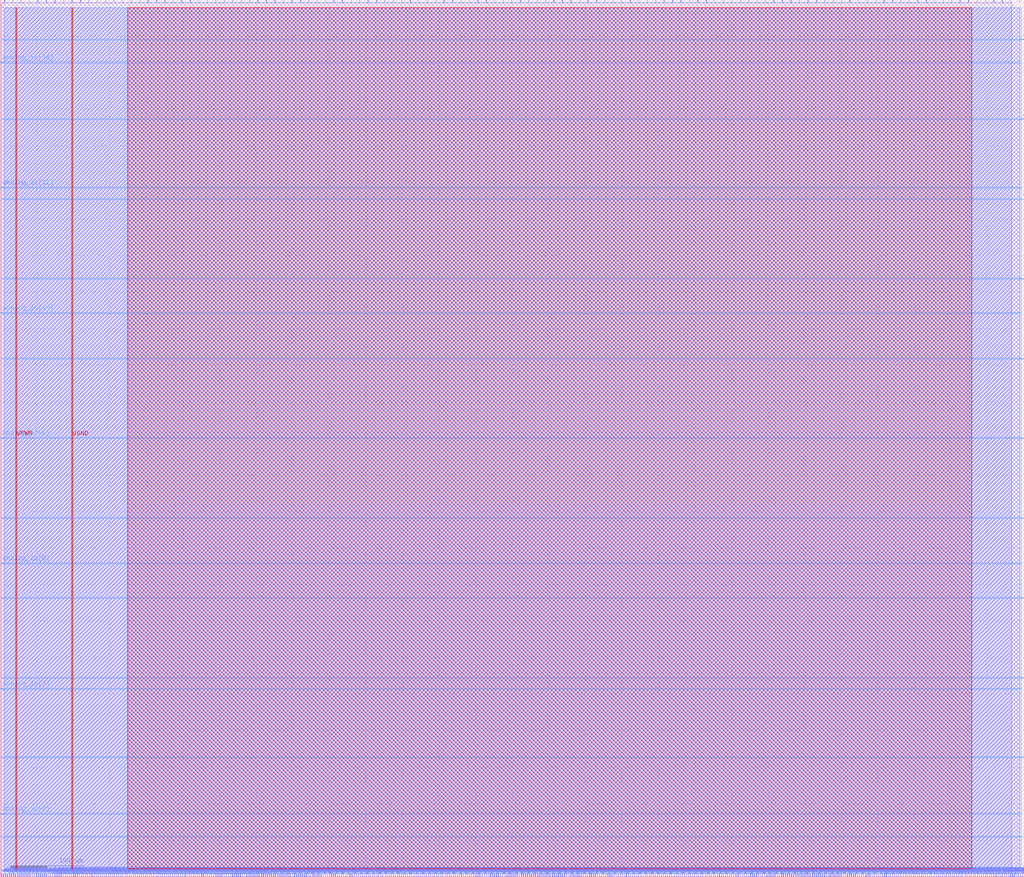
<source format=lef>
VERSION 5.7 ;
  NOWIREEXTENSIONATPIN ON ;
  DIVIDERCHAR "/" ;
  BUSBITCHARS "[]" ;
MACRO top_astria
  CLASS BLOCK ;
  FOREIGN top_astria ;
  ORIGIN 0.000 0.000 ;
  SIZE 1400.000 BY 1200.000 ;
  PIN analog_io[0]
    DIRECTION INOUT ;
    PORT
      LAYER met3 ;
        RECT 0.000 85.720 4.000 86.320 ;
    END
  END analog_io[0]
  PIN analog_io[10]
    DIRECTION INOUT ;
    PORT
      LAYER met3 ;
        RECT 0.000 771.160 4.000 771.760 ;
    END
  END analog_io[10]
  PIN analog_io[11]
    DIRECTION INOUT ;
    PORT
      LAYER met2 ;
        RECT 1335.930 1196.000 1336.210 1200.000 ;
    END
  END analog_io[11]
  PIN analog_io[12]
    DIRECTION INOUT ;
    PORT
      LAYER met3 ;
        RECT 0.000 942.520 4.000 943.120 ;
    END
  END analog_io[12]
  PIN analog_io[13]
    DIRECTION INOUT ;
    PORT
      LAYER met3 ;
        RECT 1396.000 272.040 1400.000 272.640 ;
    END
  END analog_io[13]
  PIN analog_io[14]
    DIRECTION INOUT ;
    PORT
      LAYER met3 ;
        RECT 1396.000 381.520 1400.000 382.120 ;
    END
  END analog_io[14]
  PIN analog_io[15]
    DIRECTION INOUT ;
    PORT
      LAYER met2 ;
        RECT 1347.430 1196.000 1347.710 1200.000 ;
    END
  END analog_io[15]
  PIN analog_io[16]
    DIRECTION INOUT ;
    PORT
      LAYER met3 ;
        RECT 0.000 1113.880 4.000 1114.480 ;
    END
  END analog_io[16]
  PIN analog_io[17]
    DIRECTION INOUT ;
    PORT
      LAYER met2 ;
        RECT 1358.930 1196.000 1359.210 1200.000 ;
    END
  END analog_io[17]
  PIN analog_io[18]
    DIRECTION INOUT ;
    PORT
      LAYER met2 ;
        RECT 1370.430 1196.000 1370.710 1200.000 ;
    END
  END analog_io[18]
  PIN analog_io[19]
    DIRECTION INOUT ;
    PORT
      LAYER met2 ;
        RECT 1392.510 0.000 1392.790 4.000 ;
    END
  END analog_io[19]
  PIN analog_io[1]
    DIRECTION INOUT ;
    PORT
      LAYER met2 ;
        RECT 1323.970 1196.000 1324.250 1200.000 ;
    END
  END analog_io[1]
  PIN analog_io[20]
    DIRECTION INOUT ;
    PORT
      LAYER met3 ;
        RECT 1396.000 490.320 1400.000 490.920 ;
    END
  END analog_io[20]
  PIN analog_io[21]
    DIRECTION INOUT ;
    PORT
      LAYER met2 ;
        RECT 1395.270 0.000 1395.550 4.000 ;
    END
  END analog_io[21]
  PIN analog_io[22]
    DIRECTION INOUT ;
    PORT
      LAYER met3 ;
        RECT 1396.000 599.800 1400.000 600.400 ;
    END
  END analog_io[22]
  PIN analog_io[23]
    DIRECTION INOUT ;
    PORT
      LAYER met3 ;
        RECT 1396.000 708.600 1400.000 709.200 ;
    END
  END analog_io[23]
  PIN analog_io[24]
    DIRECTION INOUT ;
    PORT
      LAYER met2 ;
        RECT 1381.930 1196.000 1382.210 1200.000 ;
    END
  END analog_io[24]
  PIN analog_io[25]
    DIRECTION INOUT ;
    PORT
      LAYER met3 ;
        RECT 1396.000 818.080 1400.000 818.680 ;
    END
  END analog_io[25]
  PIN analog_io[26]
    DIRECTION INOUT ;
    PORT
      LAYER met3 ;
        RECT 1396.000 926.880 1400.000 927.480 ;
    END
  END analog_io[26]
  PIN analog_io[27]
    DIRECTION INOUT ;
    PORT
      LAYER met3 ;
        RECT 1396.000 1036.360 1400.000 1036.960 ;
    END
  END analog_io[27]
  PIN analog_io[28]
    DIRECTION INOUT ;
    PORT
      LAYER met3 ;
        RECT 1396.000 1145.160 1400.000 1145.760 ;
    END
  END analog_io[28]
  PIN analog_io[29]
    DIRECTION INOUT ;
    PORT
      LAYER met2 ;
        RECT 1393.430 1196.000 1393.710 1200.000 ;
    END
  END analog_io[29]
  PIN analog_io[2]
    DIRECTION INOUT ;
    PORT
      LAYER met2 ;
        RECT 1384.230 0.000 1384.510 4.000 ;
    END
  END analog_io[2]
  PIN analog_io[30]
    DIRECTION INOUT ;
    PORT
      LAYER met2 ;
        RECT 1398.030 0.000 1398.310 4.000 ;
    END
  END analog_io[30]
  PIN analog_io[3]
    DIRECTION INOUT ;
    PORT
      LAYER met3 ;
        RECT 0.000 257.080 4.000 257.680 ;
    END
  END analog_io[3]
  PIN analog_io[4]
    DIRECTION INOUT ;
    PORT
      LAYER met2 ;
        RECT 1386.990 0.000 1387.270 4.000 ;
    END
  END analog_io[4]
  PIN analog_io[5]
    DIRECTION INOUT ;
    PORT
      LAYER met3 ;
        RECT 0.000 428.440 4.000 429.040 ;
    END
  END analog_io[5]
  PIN analog_io[6]
    DIRECTION INOUT ;
    PORT
      LAYER met3 ;
        RECT 0.000 599.800 4.000 600.400 ;
    END
  END analog_io[6]
  PIN analog_io[7]
    DIRECTION INOUT ;
    PORT
      LAYER met3 ;
        RECT 1396.000 54.440 1400.000 55.040 ;
    END
  END analog_io[7]
  PIN analog_io[8]
    DIRECTION INOUT ;
    PORT
      LAYER met2 ;
        RECT 1389.750 0.000 1390.030 4.000 ;
    END
  END analog_io[8]
  PIN analog_io[9]
    DIRECTION INOUT ;
    PORT
      LAYER met3 ;
        RECT 1396.000 163.240 1400.000 163.840 ;
    END
  END analog_io[9]
  PIN io_in[0]
    DIRECTION INPUT ;
    PORT
      LAYER met2 ;
        RECT 5.610 1196.000 5.890 1200.000 ;
    END
  END io_in[0]
  PIN io_in[10]
    DIRECTION INPUT ;
    PORT
      LAYER met2 ;
        RECT 352.450 1196.000 352.730 1200.000 ;
    END
  END io_in[10]
  PIN io_in[11]
    DIRECTION INPUT ;
    PORT
      LAYER met2 ;
        RECT 386.950 1196.000 387.230 1200.000 ;
    END
  END io_in[11]
  PIN io_in[12]
    DIRECTION INPUT ;
    PORT
      LAYER met2 ;
        RECT 421.910 1196.000 422.190 1200.000 ;
    END
  END io_in[12]
  PIN io_in[13]
    DIRECTION INPUT ;
    PORT
      LAYER met2 ;
        RECT 456.410 1196.000 456.690 1200.000 ;
    END
  END io_in[13]
  PIN io_in[14]
    DIRECTION INPUT ;
    PORT
      LAYER met2 ;
        RECT 491.370 1196.000 491.650 1200.000 ;
    END
  END io_in[14]
  PIN io_in[15]
    DIRECTION INPUT ;
    PORT
      LAYER met2 ;
        RECT 525.870 1196.000 526.150 1200.000 ;
    END
  END io_in[15]
  PIN io_in[16]
    DIRECTION INPUT ;
    PORT
      LAYER met2 ;
        RECT 560.830 1196.000 561.110 1200.000 ;
    END
  END io_in[16]
  PIN io_in[17]
    DIRECTION INPUT ;
    PORT
      LAYER met2 ;
        RECT 595.330 1196.000 595.610 1200.000 ;
    END
  END io_in[17]
  PIN io_in[18]
    DIRECTION INPUT ;
    PORT
      LAYER met2 ;
        RECT 630.290 1196.000 630.570 1200.000 ;
    END
  END io_in[18]
  PIN io_in[19]
    DIRECTION INPUT ;
    PORT
      LAYER met2 ;
        RECT 664.790 1196.000 665.070 1200.000 ;
    END
  END io_in[19]
  PIN io_in[1]
    DIRECTION INPUT ;
    PORT
      LAYER met2 ;
        RECT 40.110 1196.000 40.390 1200.000 ;
    END
  END io_in[1]
  PIN io_in[20]
    DIRECTION INPUT ;
    PORT
      LAYER met2 ;
        RECT 699.290 1196.000 699.570 1200.000 ;
    END
  END io_in[20]
  PIN io_in[21]
    DIRECTION INPUT ;
    PORT
      LAYER met2 ;
        RECT 734.250 1196.000 734.530 1200.000 ;
    END
  END io_in[21]
  PIN io_in[22]
    DIRECTION INPUT ;
    PORT
      LAYER met2 ;
        RECT 768.750 1196.000 769.030 1200.000 ;
    END
  END io_in[22]
  PIN io_in[23]
    DIRECTION INPUT ;
    PORT
      LAYER met2 ;
        RECT 803.710 1196.000 803.990 1200.000 ;
    END
  END io_in[23]
  PIN io_in[24]
    DIRECTION INPUT ;
    PORT
      LAYER met2 ;
        RECT 838.210 1196.000 838.490 1200.000 ;
    END
  END io_in[24]
  PIN io_in[25]
    DIRECTION INPUT ;
    PORT
      LAYER met2 ;
        RECT 873.170 1196.000 873.450 1200.000 ;
    END
  END io_in[25]
  PIN io_in[26]
    DIRECTION INPUT ;
    PORT
      LAYER met2 ;
        RECT 907.670 1196.000 907.950 1200.000 ;
    END
  END io_in[26]
  PIN io_in[27]
    DIRECTION INPUT ;
    PORT
      LAYER met2 ;
        RECT 942.630 1196.000 942.910 1200.000 ;
    END
  END io_in[27]
  PIN io_in[28]
    DIRECTION INPUT ;
    PORT
      LAYER met2 ;
        RECT 977.130 1196.000 977.410 1200.000 ;
    END
  END io_in[28]
  PIN io_in[29]
    DIRECTION INPUT ;
    PORT
      LAYER met2 ;
        RECT 1011.630 1196.000 1011.910 1200.000 ;
    END
  END io_in[29]
  PIN io_in[2]
    DIRECTION INPUT ;
    PORT
      LAYER met2 ;
        RECT 74.610 1196.000 74.890 1200.000 ;
    END
  END io_in[2]
  PIN io_in[30]
    DIRECTION INPUT ;
    PORT
      LAYER met2 ;
        RECT 1046.590 1196.000 1046.870 1200.000 ;
    END
  END io_in[30]
  PIN io_in[31]
    DIRECTION INPUT ;
    PORT
      LAYER met2 ;
        RECT 1081.090 1196.000 1081.370 1200.000 ;
    END
  END io_in[31]
  PIN io_in[32]
    DIRECTION INPUT ;
    PORT
      LAYER met2 ;
        RECT 1116.050 1196.000 1116.330 1200.000 ;
    END
  END io_in[32]
  PIN io_in[33]
    DIRECTION INPUT ;
    PORT
      LAYER met2 ;
        RECT 1150.550 1196.000 1150.830 1200.000 ;
    END
  END io_in[33]
  PIN io_in[34]
    DIRECTION INPUT ;
    PORT
      LAYER met2 ;
        RECT 1185.510 1196.000 1185.790 1200.000 ;
    END
  END io_in[34]
  PIN io_in[35]
    DIRECTION INPUT ;
    PORT
      LAYER met2 ;
        RECT 1220.010 1196.000 1220.290 1200.000 ;
    END
  END io_in[35]
  PIN io_in[36]
    DIRECTION INPUT ;
    PORT
      LAYER met2 ;
        RECT 1254.970 1196.000 1255.250 1200.000 ;
    END
  END io_in[36]
  PIN io_in[37]
    DIRECTION INPUT ;
    PORT
      LAYER met2 ;
        RECT 1289.470 1196.000 1289.750 1200.000 ;
    END
  END io_in[37]
  PIN io_in[3]
    DIRECTION INPUT ;
    PORT
      LAYER met2 ;
        RECT 109.570 1196.000 109.850 1200.000 ;
    END
  END io_in[3]
  PIN io_in[4]
    DIRECTION INPUT ;
    PORT
      LAYER met2 ;
        RECT 144.070 1196.000 144.350 1200.000 ;
    END
  END io_in[4]
  PIN io_in[5]
    DIRECTION INPUT ;
    PORT
      LAYER met2 ;
        RECT 179.030 1196.000 179.310 1200.000 ;
    END
  END io_in[5]
  PIN io_in[6]
    DIRECTION INPUT ;
    PORT
      LAYER met2 ;
        RECT 213.530 1196.000 213.810 1200.000 ;
    END
  END io_in[6]
  PIN io_in[7]
    DIRECTION INPUT ;
    PORT
      LAYER met2 ;
        RECT 248.490 1196.000 248.770 1200.000 ;
    END
  END io_in[7]
  PIN io_in[8]
    DIRECTION INPUT ;
    PORT
      LAYER met2 ;
        RECT 282.990 1196.000 283.270 1200.000 ;
    END
  END io_in[8]
  PIN io_in[9]
    DIRECTION INPUT ;
    PORT
      LAYER met2 ;
        RECT 317.950 1196.000 318.230 1200.000 ;
    END
  END io_in[9]
  PIN io_oeb[0]
    DIRECTION OUTPUT TRISTATE ;
    PORT
      LAYER met2 ;
        RECT 17.110 1196.000 17.390 1200.000 ;
    END
  END io_oeb[0]
  PIN io_oeb[10]
    DIRECTION OUTPUT TRISTATE ;
    PORT
      LAYER met2 ;
        RECT 363.950 1196.000 364.230 1200.000 ;
    END
  END io_oeb[10]
  PIN io_oeb[11]
    DIRECTION OUTPUT TRISTATE ;
    PORT
      LAYER met2 ;
        RECT 398.910 1196.000 399.190 1200.000 ;
    END
  END io_oeb[11]
  PIN io_oeb[12]
    DIRECTION OUTPUT TRISTATE ;
    PORT
      LAYER met2 ;
        RECT 433.410 1196.000 433.690 1200.000 ;
    END
  END io_oeb[12]
  PIN io_oeb[13]
    DIRECTION OUTPUT TRISTATE ;
    PORT
      LAYER met2 ;
        RECT 467.910 1196.000 468.190 1200.000 ;
    END
  END io_oeb[13]
  PIN io_oeb[14]
    DIRECTION OUTPUT TRISTATE ;
    PORT
      LAYER met2 ;
        RECT 502.870 1196.000 503.150 1200.000 ;
    END
  END io_oeb[14]
  PIN io_oeb[15]
    DIRECTION OUTPUT TRISTATE ;
    PORT
      LAYER met2 ;
        RECT 537.370 1196.000 537.650 1200.000 ;
    END
  END io_oeb[15]
  PIN io_oeb[16]
    DIRECTION OUTPUT TRISTATE ;
    PORT
      LAYER met2 ;
        RECT 572.330 1196.000 572.610 1200.000 ;
    END
  END io_oeb[16]
  PIN io_oeb[17]
    DIRECTION OUTPUT TRISTATE ;
    PORT
      LAYER met2 ;
        RECT 606.830 1196.000 607.110 1200.000 ;
    END
  END io_oeb[17]
  PIN io_oeb[18]
    DIRECTION OUTPUT TRISTATE ;
    PORT
      LAYER met2 ;
        RECT 641.790 1196.000 642.070 1200.000 ;
    END
  END io_oeb[18]
  PIN io_oeb[19]
    DIRECTION OUTPUT TRISTATE ;
    PORT
      LAYER met2 ;
        RECT 676.290 1196.000 676.570 1200.000 ;
    END
  END io_oeb[19]
  PIN io_oeb[1]
    DIRECTION OUTPUT TRISTATE ;
    PORT
      LAYER met2 ;
        RECT 51.610 1196.000 51.890 1200.000 ;
    END
  END io_oeb[1]
  PIN io_oeb[20]
    DIRECTION OUTPUT TRISTATE ;
    PORT
      LAYER met2 ;
        RECT 711.250 1196.000 711.530 1200.000 ;
    END
  END io_oeb[20]
  PIN io_oeb[21]
    DIRECTION OUTPUT TRISTATE ;
    PORT
      LAYER met2 ;
        RECT 745.750 1196.000 746.030 1200.000 ;
    END
  END io_oeb[21]
  PIN io_oeb[22]
    DIRECTION OUTPUT TRISTATE ;
    PORT
      LAYER met2 ;
        RECT 780.250 1196.000 780.530 1200.000 ;
    END
  END io_oeb[22]
  PIN io_oeb[23]
    DIRECTION OUTPUT TRISTATE ;
    PORT
      LAYER met2 ;
        RECT 815.210 1196.000 815.490 1200.000 ;
    END
  END io_oeb[23]
  PIN io_oeb[24]
    DIRECTION OUTPUT TRISTATE ;
    PORT
      LAYER met2 ;
        RECT 849.710 1196.000 849.990 1200.000 ;
    END
  END io_oeb[24]
  PIN io_oeb[25]
    DIRECTION OUTPUT TRISTATE ;
    PORT
      LAYER met2 ;
        RECT 884.670 1196.000 884.950 1200.000 ;
    END
  END io_oeb[25]
  PIN io_oeb[26]
    DIRECTION OUTPUT TRISTATE ;
    PORT
      LAYER met2 ;
        RECT 919.170 1196.000 919.450 1200.000 ;
    END
  END io_oeb[26]
  PIN io_oeb[27]
    DIRECTION OUTPUT TRISTATE ;
    PORT
      LAYER met2 ;
        RECT 954.130 1196.000 954.410 1200.000 ;
    END
  END io_oeb[27]
  PIN io_oeb[28]
    DIRECTION OUTPUT TRISTATE ;
    PORT
      LAYER met2 ;
        RECT 988.630 1196.000 988.910 1200.000 ;
    END
  END io_oeb[28]
  PIN io_oeb[29]
    DIRECTION OUTPUT TRISTATE ;
    PORT
      LAYER met2 ;
        RECT 1023.590 1196.000 1023.870 1200.000 ;
    END
  END io_oeb[29]
  PIN io_oeb[2]
    DIRECTION OUTPUT TRISTATE ;
    PORT
      LAYER met2 ;
        RECT 86.570 1196.000 86.850 1200.000 ;
    END
  END io_oeb[2]
  PIN io_oeb[30]
    DIRECTION OUTPUT TRISTATE ;
    PORT
      LAYER met2 ;
        RECT 1058.090 1196.000 1058.370 1200.000 ;
    END
  END io_oeb[30]
  PIN io_oeb[31]
    DIRECTION OUTPUT TRISTATE ;
    PORT
      LAYER met2 ;
        RECT 1092.590 1196.000 1092.870 1200.000 ;
    END
  END io_oeb[31]
  PIN io_oeb[32]
    DIRECTION OUTPUT TRISTATE ;
    PORT
      LAYER met2 ;
        RECT 1127.550 1196.000 1127.830 1200.000 ;
    END
  END io_oeb[32]
  PIN io_oeb[33]
    DIRECTION OUTPUT TRISTATE ;
    PORT
      LAYER met2 ;
        RECT 1162.050 1196.000 1162.330 1200.000 ;
    END
  END io_oeb[33]
  PIN io_oeb[34]
    DIRECTION OUTPUT TRISTATE ;
    PORT
      LAYER met2 ;
        RECT 1197.010 1196.000 1197.290 1200.000 ;
    END
  END io_oeb[34]
  PIN io_oeb[35]
    DIRECTION OUTPUT TRISTATE ;
    PORT
      LAYER met2 ;
        RECT 1231.510 1196.000 1231.790 1200.000 ;
    END
  END io_oeb[35]
  PIN io_oeb[36]
    DIRECTION OUTPUT TRISTATE ;
    PORT
      LAYER met2 ;
        RECT 1266.470 1196.000 1266.750 1200.000 ;
    END
  END io_oeb[36]
  PIN io_oeb[37]
    DIRECTION OUTPUT TRISTATE ;
    PORT
      LAYER met2 ;
        RECT 1300.970 1196.000 1301.250 1200.000 ;
    END
  END io_oeb[37]
  PIN io_oeb[3]
    DIRECTION OUTPUT TRISTATE ;
    PORT
      LAYER met2 ;
        RECT 121.070 1196.000 121.350 1200.000 ;
    END
  END io_oeb[3]
  PIN io_oeb[4]
    DIRECTION OUTPUT TRISTATE ;
    PORT
      LAYER met2 ;
        RECT 155.570 1196.000 155.850 1200.000 ;
    END
  END io_oeb[4]
  PIN io_oeb[5]
    DIRECTION OUTPUT TRISTATE ;
    PORT
      LAYER met2 ;
        RECT 190.530 1196.000 190.810 1200.000 ;
    END
  END io_oeb[5]
  PIN io_oeb[6]
    DIRECTION OUTPUT TRISTATE ;
    PORT
      LAYER met2 ;
        RECT 225.030 1196.000 225.310 1200.000 ;
    END
  END io_oeb[6]
  PIN io_oeb[7]
    DIRECTION OUTPUT TRISTATE ;
    PORT
      LAYER met2 ;
        RECT 259.990 1196.000 260.270 1200.000 ;
    END
  END io_oeb[7]
  PIN io_oeb[8]
    DIRECTION OUTPUT TRISTATE ;
    PORT
      LAYER met2 ;
        RECT 294.490 1196.000 294.770 1200.000 ;
    END
  END io_oeb[8]
  PIN io_oeb[9]
    DIRECTION OUTPUT TRISTATE ;
    PORT
      LAYER met2 ;
        RECT 329.450 1196.000 329.730 1200.000 ;
    END
  END io_oeb[9]
  PIN io_out[0]
    DIRECTION OUTPUT TRISTATE ;
    PORT
      LAYER met2 ;
        RECT 28.610 1196.000 28.890 1200.000 ;
    END
  END io_out[0]
  PIN io_out[10]
    DIRECTION OUTPUT TRISTATE ;
    PORT
      LAYER met2 ;
        RECT 375.450 1196.000 375.730 1200.000 ;
    END
  END io_out[10]
  PIN io_out[11]
    DIRECTION OUTPUT TRISTATE ;
    PORT
      LAYER met2 ;
        RECT 410.410 1196.000 410.690 1200.000 ;
    END
  END io_out[11]
  PIN io_out[12]
    DIRECTION OUTPUT TRISTATE ;
    PORT
      LAYER met2 ;
        RECT 444.910 1196.000 445.190 1200.000 ;
    END
  END io_out[12]
  PIN io_out[13]
    DIRECTION OUTPUT TRISTATE ;
    PORT
      LAYER met2 ;
        RECT 479.870 1196.000 480.150 1200.000 ;
    END
  END io_out[13]
  PIN io_out[14]
    DIRECTION OUTPUT TRISTATE ;
    PORT
      LAYER met2 ;
        RECT 514.370 1196.000 514.650 1200.000 ;
    END
  END io_out[14]
  PIN io_out[15]
    DIRECTION OUTPUT TRISTATE ;
    PORT
      LAYER met2 ;
        RECT 548.870 1196.000 549.150 1200.000 ;
    END
  END io_out[15]
  PIN io_out[16]
    DIRECTION OUTPUT TRISTATE ;
    PORT
      LAYER met2 ;
        RECT 583.830 1196.000 584.110 1200.000 ;
    END
  END io_out[16]
  PIN io_out[17]
    DIRECTION OUTPUT TRISTATE ;
    PORT
      LAYER met2 ;
        RECT 618.330 1196.000 618.610 1200.000 ;
    END
  END io_out[17]
  PIN io_out[18]
    DIRECTION OUTPUT TRISTATE ;
    PORT
      LAYER met2 ;
        RECT 653.290 1196.000 653.570 1200.000 ;
    END
  END io_out[18]
  PIN io_out[19]
    DIRECTION OUTPUT TRISTATE ;
    PORT
      LAYER met2 ;
        RECT 687.790 1196.000 688.070 1200.000 ;
    END
  END io_out[19]
  PIN io_out[1]
    DIRECTION OUTPUT TRISTATE ;
    PORT
      LAYER met2 ;
        RECT 63.110 1196.000 63.390 1200.000 ;
    END
  END io_out[1]
  PIN io_out[20]
    DIRECTION OUTPUT TRISTATE ;
    PORT
      LAYER met2 ;
        RECT 722.750 1196.000 723.030 1200.000 ;
    END
  END io_out[20]
  PIN io_out[21]
    DIRECTION OUTPUT TRISTATE ;
    PORT
      LAYER met2 ;
        RECT 757.250 1196.000 757.530 1200.000 ;
    END
  END io_out[21]
  PIN io_out[22]
    DIRECTION OUTPUT TRISTATE ;
    PORT
      LAYER met2 ;
        RECT 792.210 1196.000 792.490 1200.000 ;
    END
  END io_out[22]
  PIN io_out[23]
    DIRECTION OUTPUT TRISTATE ;
    PORT
      LAYER met2 ;
        RECT 826.710 1196.000 826.990 1200.000 ;
    END
  END io_out[23]
  PIN io_out[24]
    DIRECTION OUTPUT TRISTATE ;
    PORT
      LAYER met2 ;
        RECT 861.670 1196.000 861.950 1200.000 ;
    END
  END io_out[24]
  PIN io_out[25]
    DIRECTION OUTPUT TRISTATE ;
    PORT
      LAYER met2 ;
        RECT 896.170 1196.000 896.450 1200.000 ;
    END
  END io_out[25]
  PIN io_out[26]
    DIRECTION OUTPUT TRISTATE ;
    PORT
      LAYER met2 ;
        RECT 930.670 1196.000 930.950 1200.000 ;
    END
  END io_out[26]
  PIN io_out[27]
    DIRECTION OUTPUT TRISTATE ;
    PORT
      LAYER met2 ;
        RECT 965.630 1196.000 965.910 1200.000 ;
    END
  END io_out[27]
  PIN io_out[28]
    DIRECTION OUTPUT TRISTATE ;
    PORT
      LAYER met2 ;
        RECT 1000.130 1196.000 1000.410 1200.000 ;
    END
  END io_out[28]
  PIN io_out[29]
    DIRECTION OUTPUT TRISTATE ;
    PORT
      LAYER met2 ;
        RECT 1035.090 1196.000 1035.370 1200.000 ;
    END
  END io_out[29]
  PIN io_out[2]
    DIRECTION OUTPUT TRISTATE ;
    PORT
      LAYER met2 ;
        RECT 98.070 1196.000 98.350 1200.000 ;
    END
  END io_out[2]
  PIN io_out[30]
    DIRECTION OUTPUT TRISTATE ;
    PORT
      LAYER met2 ;
        RECT 1069.590 1196.000 1069.870 1200.000 ;
    END
  END io_out[30]
  PIN io_out[31]
    DIRECTION OUTPUT TRISTATE ;
    PORT
      LAYER met2 ;
        RECT 1104.550 1196.000 1104.830 1200.000 ;
    END
  END io_out[31]
  PIN io_out[32]
    DIRECTION OUTPUT TRISTATE ;
    PORT
      LAYER met2 ;
        RECT 1139.050 1196.000 1139.330 1200.000 ;
    END
  END io_out[32]
  PIN io_out[33]
    DIRECTION OUTPUT TRISTATE ;
    PORT
      LAYER met2 ;
        RECT 1174.010 1196.000 1174.290 1200.000 ;
    END
  END io_out[33]
  PIN io_out[34]
    DIRECTION OUTPUT TRISTATE ;
    PORT
      LAYER met2 ;
        RECT 1208.510 1196.000 1208.790 1200.000 ;
    END
  END io_out[34]
  PIN io_out[35]
    DIRECTION OUTPUT TRISTATE ;
    PORT
      LAYER met2 ;
        RECT 1243.010 1196.000 1243.290 1200.000 ;
    END
  END io_out[35]
  PIN io_out[36]
    DIRECTION OUTPUT TRISTATE ;
    PORT
      LAYER met2 ;
        RECT 1277.970 1196.000 1278.250 1200.000 ;
    END
  END io_out[36]
  PIN io_out[37]
    DIRECTION OUTPUT TRISTATE ;
    PORT
      LAYER met2 ;
        RECT 1312.470 1196.000 1312.750 1200.000 ;
    END
  END io_out[37]
  PIN io_out[3]
    DIRECTION OUTPUT TRISTATE ;
    PORT
      LAYER met2 ;
        RECT 132.570 1196.000 132.850 1200.000 ;
    END
  END io_out[3]
  PIN io_out[4]
    DIRECTION OUTPUT TRISTATE ;
    PORT
      LAYER met2 ;
        RECT 167.530 1196.000 167.810 1200.000 ;
    END
  END io_out[4]
  PIN io_out[5]
    DIRECTION OUTPUT TRISTATE ;
    PORT
      LAYER met2 ;
        RECT 202.030 1196.000 202.310 1200.000 ;
    END
  END io_out[5]
  PIN io_out[6]
    DIRECTION OUTPUT TRISTATE ;
    PORT
      LAYER met2 ;
        RECT 236.530 1196.000 236.810 1200.000 ;
    END
  END io_out[6]
  PIN io_out[7]
    DIRECTION OUTPUT TRISTATE ;
    PORT
      LAYER met2 ;
        RECT 271.490 1196.000 271.770 1200.000 ;
    END
  END io_out[7]
  PIN io_out[8]
    DIRECTION OUTPUT TRISTATE ;
    PORT
      LAYER met2 ;
        RECT 305.990 1196.000 306.270 1200.000 ;
    END
  END io_out[8]
  PIN io_out[9]
    DIRECTION OUTPUT TRISTATE ;
    PORT
      LAYER met2 ;
        RECT 340.950 1196.000 341.230 1200.000 ;
    END
  END io_out[9]
  PIN la_data_in[0]
    DIRECTION INPUT ;
    PORT
      LAYER met2 ;
        RECT 300.470 0.000 300.750 4.000 ;
    END
  END la_data_in[0]
  PIN la_data_in[100]
    DIRECTION INPUT ;
    PORT
      LAYER met2 ;
        RECT 1146.870 0.000 1147.150 4.000 ;
    END
  END la_data_in[100]
  PIN la_data_in[101]
    DIRECTION INPUT ;
    PORT
      LAYER met2 ;
        RECT 1155.610 0.000 1155.890 4.000 ;
    END
  END la_data_in[101]
  PIN la_data_in[102]
    DIRECTION INPUT ;
    PORT
      LAYER met2 ;
        RECT 1163.890 0.000 1164.170 4.000 ;
    END
  END la_data_in[102]
  PIN la_data_in[103]
    DIRECTION INPUT ;
    PORT
      LAYER met2 ;
        RECT 1172.630 0.000 1172.910 4.000 ;
    END
  END la_data_in[103]
  PIN la_data_in[104]
    DIRECTION INPUT ;
    PORT
      LAYER met2 ;
        RECT 1180.910 0.000 1181.190 4.000 ;
    END
  END la_data_in[104]
  PIN la_data_in[105]
    DIRECTION INPUT ;
    PORT
      LAYER met2 ;
        RECT 1189.190 0.000 1189.470 4.000 ;
    END
  END la_data_in[105]
  PIN la_data_in[106]
    DIRECTION INPUT ;
    PORT
      LAYER met2 ;
        RECT 1197.930 0.000 1198.210 4.000 ;
    END
  END la_data_in[106]
  PIN la_data_in[107]
    DIRECTION INPUT ;
    PORT
      LAYER met2 ;
        RECT 1206.210 0.000 1206.490 4.000 ;
    END
  END la_data_in[107]
  PIN la_data_in[108]
    DIRECTION INPUT ;
    PORT
      LAYER met2 ;
        RECT 1214.950 0.000 1215.230 4.000 ;
    END
  END la_data_in[108]
  PIN la_data_in[109]
    DIRECTION INPUT ;
    PORT
      LAYER met2 ;
        RECT 1223.230 0.000 1223.510 4.000 ;
    END
  END la_data_in[109]
  PIN la_data_in[10]
    DIRECTION INPUT ;
    PORT
      LAYER met2 ;
        RECT 385.110 0.000 385.390 4.000 ;
    END
  END la_data_in[10]
  PIN la_data_in[110]
    DIRECTION INPUT ;
    PORT
      LAYER met2 ;
        RECT 1231.510 0.000 1231.790 4.000 ;
    END
  END la_data_in[110]
  PIN la_data_in[111]
    DIRECTION INPUT ;
    PORT
      LAYER met2 ;
        RECT 1240.250 0.000 1240.530 4.000 ;
    END
  END la_data_in[111]
  PIN la_data_in[112]
    DIRECTION INPUT ;
    PORT
      LAYER met2 ;
        RECT 1248.530 0.000 1248.810 4.000 ;
    END
  END la_data_in[112]
  PIN la_data_in[113]
    DIRECTION INPUT ;
    PORT
      LAYER met2 ;
        RECT 1257.270 0.000 1257.550 4.000 ;
    END
  END la_data_in[113]
  PIN la_data_in[114]
    DIRECTION INPUT ;
    PORT
      LAYER met2 ;
        RECT 1265.550 0.000 1265.830 4.000 ;
    END
  END la_data_in[114]
  PIN la_data_in[115]
    DIRECTION INPUT ;
    PORT
      LAYER met2 ;
        RECT 1273.830 0.000 1274.110 4.000 ;
    END
  END la_data_in[115]
  PIN la_data_in[116]
    DIRECTION INPUT ;
    PORT
      LAYER met2 ;
        RECT 1282.570 0.000 1282.850 4.000 ;
    END
  END la_data_in[116]
  PIN la_data_in[117]
    DIRECTION INPUT ;
    PORT
      LAYER met2 ;
        RECT 1290.850 0.000 1291.130 4.000 ;
    END
  END la_data_in[117]
  PIN la_data_in[118]
    DIRECTION INPUT ;
    PORT
      LAYER met2 ;
        RECT 1299.590 0.000 1299.870 4.000 ;
    END
  END la_data_in[118]
  PIN la_data_in[119]
    DIRECTION INPUT ;
    PORT
      LAYER met2 ;
        RECT 1307.870 0.000 1308.150 4.000 ;
    END
  END la_data_in[119]
  PIN la_data_in[11]
    DIRECTION INPUT ;
    PORT
      LAYER met2 ;
        RECT 393.390 0.000 393.670 4.000 ;
    END
  END la_data_in[11]
  PIN la_data_in[120]
    DIRECTION INPUT ;
    PORT
      LAYER met2 ;
        RECT 1316.150 0.000 1316.430 4.000 ;
    END
  END la_data_in[120]
  PIN la_data_in[121]
    DIRECTION INPUT ;
    PORT
      LAYER met2 ;
        RECT 1324.890 0.000 1325.170 4.000 ;
    END
  END la_data_in[121]
  PIN la_data_in[122]
    DIRECTION INPUT ;
    PORT
      LAYER met2 ;
        RECT 1333.170 0.000 1333.450 4.000 ;
    END
  END la_data_in[122]
  PIN la_data_in[123]
    DIRECTION INPUT ;
    PORT
      LAYER met2 ;
        RECT 1341.910 0.000 1342.190 4.000 ;
    END
  END la_data_in[123]
  PIN la_data_in[124]
    DIRECTION INPUT ;
    PORT
      LAYER met2 ;
        RECT 1350.190 0.000 1350.470 4.000 ;
    END
  END la_data_in[124]
  PIN la_data_in[125]
    DIRECTION INPUT ;
    PORT
      LAYER met2 ;
        RECT 1358.470 0.000 1358.750 4.000 ;
    END
  END la_data_in[125]
  PIN la_data_in[126]
    DIRECTION INPUT ;
    PORT
      LAYER met2 ;
        RECT 1367.210 0.000 1367.490 4.000 ;
    END
  END la_data_in[126]
  PIN la_data_in[127]
    DIRECTION INPUT ;
    PORT
      LAYER met2 ;
        RECT 1375.490 0.000 1375.770 4.000 ;
    END
  END la_data_in[127]
  PIN la_data_in[12]
    DIRECTION INPUT ;
    PORT
      LAYER met2 ;
        RECT 402.130 0.000 402.410 4.000 ;
    END
  END la_data_in[12]
  PIN la_data_in[13]
    DIRECTION INPUT ;
    PORT
      LAYER met2 ;
        RECT 410.410 0.000 410.690 4.000 ;
    END
  END la_data_in[13]
  PIN la_data_in[14]
    DIRECTION INPUT ;
    PORT
      LAYER met2 ;
        RECT 418.690 0.000 418.970 4.000 ;
    END
  END la_data_in[14]
  PIN la_data_in[15]
    DIRECTION INPUT ;
    PORT
      LAYER met2 ;
        RECT 427.430 0.000 427.710 4.000 ;
    END
  END la_data_in[15]
  PIN la_data_in[16]
    DIRECTION INPUT ;
    PORT
      LAYER met2 ;
        RECT 435.710 0.000 435.990 4.000 ;
    END
  END la_data_in[16]
  PIN la_data_in[17]
    DIRECTION INPUT ;
    PORT
      LAYER met2 ;
        RECT 444.450 0.000 444.730 4.000 ;
    END
  END la_data_in[17]
  PIN la_data_in[18]
    DIRECTION INPUT ;
    PORT
      LAYER met2 ;
        RECT 452.730 0.000 453.010 4.000 ;
    END
  END la_data_in[18]
  PIN la_data_in[19]
    DIRECTION INPUT ;
    PORT
      LAYER met2 ;
        RECT 461.470 0.000 461.750 4.000 ;
    END
  END la_data_in[19]
  PIN la_data_in[1]
    DIRECTION INPUT ;
    PORT
      LAYER met2 ;
        RECT 308.750 0.000 309.030 4.000 ;
    END
  END la_data_in[1]
  PIN la_data_in[20]
    DIRECTION INPUT ;
    PORT
      LAYER met2 ;
        RECT 469.750 0.000 470.030 4.000 ;
    END
  END la_data_in[20]
  PIN la_data_in[21]
    DIRECTION INPUT ;
    PORT
      LAYER met2 ;
        RECT 478.030 0.000 478.310 4.000 ;
    END
  END la_data_in[21]
  PIN la_data_in[22]
    DIRECTION INPUT ;
    PORT
      LAYER met2 ;
        RECT 486.770 0.000 487.050 4.000 ;
    END
  END la_data_in[22]
  PIN la_data_in[23]
    DIRECTION INPUT ;
    PORT
      LAYER met2 ;
        RECT 495.050 0.000 495.330 4.000 ;
    END
  END la_data_in[23]
  PIN la_data_in[24]
    DIRECTION INPUT ;
    PORT
      LAYER met2 ;
        RECT 503.790 0.000 504.070 4.000 ;
    END
  END la_data_in[24]
  PIN la_data_in[25]
    DIRECTION INPUT ;
    PORT
      LAYER met2 ;
        RECT 512.070 0.000 512.350 4.000 ;
    END
  END la_data_in[25]
  PIN la_data_in[26]
    DIRECTION INPUT ;
    PORT
      LAYER met2 ;
        RECT 520.350 0.000 520.630 4.000 ;
    END
  END la_data_in[26]
  PIN la_data_in[27]
    DIRECTION INPUT ;
    PORT
      LAYER met2 ;
        RECT 529.090 0.000 529.370 4.000 ;
    END
  END la_data_in[27]
  PIN la_data_in[28]
    DIRECTION INPUT ;
    PORT
      LAYER met2 ;
        RECT 537.370 0.000 537.650 4.000 ;
    END
  END la_data_in[28]
  PIN la_data_in[29]
    DIRECTION INPUT ;
    PORT
      LAYER met2 ;
        RECT 546.110 0.000 546.390 4.000 ;
    END
  END la_data_in[29]
  PIN la_data_in[2]
    DIRECTION INPUT ;
    PORT
      LAYER met2 ;
        RECT 317.490 0.000 317.770 4.000 ;
    END
  END la_data_in[2]
  PIN la_data_in[30]
    DIRECTION INPUT ;
    PORT
      LAYER met2 ;
        RECT 554.390 0.000 554.670 4.000 ;
    END
  END la_data_in[30]
  PIN la_data_in[31]
    DIRECTION INPUT ;
    PORT
      LAYER met2 ;
        RECT 562.670 0.000 562.950 4.000 ;
    END
  END la_data_in[31]
  PIN la_data_in[32]
    DIRECTION INPUT ;
    PORT
      LAYER met2 ;
        RECT 571.410 0.000 571.690 4.000 ;
    END
  END la_data_in[32]
  PIN la_data_in[33]
    DIRECTION INPUT ;
    PORT
      LAYER met2 ;
        RECT 579.690 0.000 579.970 4.000 ;
    END
  END la_data_in[33]
  PIN la_data_in[34]
    DIRECTION INPUT ;
    PORT
      LAYER met2 ;
        RECT 588.430 0.000 588.710 4.000 ;
    END
  END la_data_in[34]
  PIN la_data_in[35]
    DIRECTION INPUT ;
    PORT
      LAYER met2 ;
        RECT 596.710 0.000 596.990 4.000 ;
    END
  END la_data_in[35]
  PIN la_data_in[36]
    DIRECTION INPUT ;
    PORT
      LAYER met2 ;
        RECT 604.990 0.000 605.270 4.000 ;
    END
  END la_data_in[36]
  PIN la_data_in[37]
    DIRECTION INPUT ;
    PORT
      LAYER met2 ;
        RECT 613.730 0.000 614.010 4.000 ;
    END
  END la_data_in[37]
  PIN la_data_in[38]
    DIRECTION INPUT ;
    PORT
      LAYER met2 ;
        RECT 622.010 0.000 622.290 4.000 ;
    END
  END la_data_in[38]
  PIN la_data_in[39]
    DIRECTION INPUT ;
    PORT
      LAYER met2 ;
        RECT 630.750 0.000 631.030 4.000 ;
    END
  END la_data_in[39]
  PIN la_data_in[3]
    DIRECTION INPUT ;
    PORT
      LAYER met2 ;
        RECT 325.770 0.000 326.050 4.000 ;
    END
  END la_data_in[3]
  PIN la_data_in[40]
    DIRECTION INPUT ;
    PORT
      LAYER met2 ;
        RECT 639.030 0.000 639.310 4.000 ;
    END
  END la_data_in[40]
  PIN la_data_in[41]
    DIRECTION INPUT ;
    PORT
      LAYER met2 ;
        RECT 647.310 0.000 647.590 4.000 ;
    END
  END la_data_in[41]
  PIN la_data_in[42]
    DIRECTION INPUT ;
    PORT
      LAYER met2 ;
        RECT 656.050 0.000 656.330 4.000 ;
    END
  END la_data_in[42]
  PIN la_data_in[43]
    DIRECTION INPUT ;
    PORT
      LAYER met2 ;
        RECT 664.330 0.000 664.610 4.000 ;
    END
  END la_data_in[43]
  PIN la_data_in[44]
    DIRECTION INPUT ;
    PORT
      LAYER met2 ;
        RECT 673.070 0.000 673.350 4.000 ;
    END
  END la_data_in[44]
  PIN la_data_in[45]
    DIRECTION INPUT ;
    PORT
      LAYER met2 ;
        RECT 681.350 0.000 681.630 4.000 ;
    END
  END la_data_in[45]
  PIN la_data_in[46]
    DIRECTION INPUT ;
    PORT
      LAYER met2 ;
        RECT 689.630 0.000 689.910 4.000 ;
    END
  END la_data_in[46]
  PIN la_data_in[47]
    DIRECTION INPUT ;
    PORT
      LAYER met2 ;
        RECT 698.370 0.000 698.650 4.000 ;
    END
  END la_data_in[47]
  PIN la_data_in[48]
    DIRECTION INPUT ;
    PORT
      LAYER met2 ;
        RECT 706.650 0.000 706.930 4.000 ;
    END
  END la_data_in[48]
  PIN la_data_in[49]
    DIRECTION INPUT ;
    PORT
      LAYER met2 ;
        RECT 715.390 0.000 715.670 4.000 ;
    END
  END la_data_in[49]
  PIN la_data_in[4]
    DIRECTION INPUT ;
    PORT
      LAYER met2 ;
        RECT 334.050 0.000 334.330 4.000 ;
    END
  END la_data_in[4]
  PIN la_data_in[50]
    DIRECTION INPUT ;
    PORT
      LAYER met2 ;
        RECT 723.670 0.000 723.950 4.000 ;
    END
  END la_data_in[50]
  PIN la_data_in[51]
    DIRECTION INPUT ;
    PORT
      LAYER met2 ;
        RECT 731.950 0.000 732.230 4.000 ;
    END
  END la_data_in[51]
  PIN la_data_in[52]
    DIRECTION INPUT ;
    PORT
      LAYER met2 ;
        RECT 740.690 0.000 740.970 4.000 ;
    END
  END la_data_in[52]
  PIN la_data_in[53]
    DIRECTION INPUT ;
    PORT
      LAYER met2 ;
        RECT 748.970 0.000 749.250 4.000 ;
    END
  END la_data_in[53]
  PIN la_data_in[54]
    DIRECTION INPUT ;
    PORT
      LAYER met2 ;
        RECT 757.710 0.000 757.990 4.000 ;
    END
  END la_data_in[54]
  PIN la_data_in[55]
    DIRECTION INPUT ;
    PORT
      LAYER met2 ;
        RECT 765.990 0.000 766.270 4.000 ;
    END
  END la_data_in[55]
  PIN la_data_in[56]
    DIRECTION INPUT ;
    PORT
      LAYER met2 ;
        RECT 774.730 0.000 775.010 4.000 ;
    END
  END la_data_in[56]
  PIN la_data_in[57]
    DIRECTION INPUT ;
    PORT
      LAYER met2 ;
        RECT 783.010 0.000 783.290 4.000 ;
    END
  END la_data_in[57]
  PIN la_data_in[58]
    DIRECTION INPUT ;
    PORT
      LAYER met2 ;
        RECT 791.290 0.000 791.570 4.000 ;
    END
  END la_data_in[58]
  PIN la_data_in[59]
    DIRECTION INPUT ;
    PORT
      LAYER met2 ;
        RECT 800.030 0.000 800.310 4.000 ;
    END
  END la_data_in[59]
  PIN la_data_in[5]
    DIRECTION INPUT ;
    PORT
      LAYER met2 ;
        RECT 342.790 0.000 343.070 4.000 ;
    END
  END la_data_in[5]
  PIN la_data_in[60]
    DIRECTION INPUT ;
    PORT
      LAYER met2 ;
        RECT 808.310 0.000 808.590 4.000 ;
    END
  END la_data_in[60]
  PIN la_data_in[61]
    DIRECTION INPUT ;
    PORT
      LAYER met2 ;
        RECT 817.050 0.000 817.330 4.000 ;
    END
  END la_data_in[61]
  PIN la_data_in[62]
    DIRECTION INPUT ;
    PORT
      LAYER met2 ;
        RECT 825.330 0.000 825.610 4.000 ;
    END
  END la_data_in[62]
  PIN la_data_in[63]
    DIRECTION INPUT ;
    PORT
      LAYER met2 ;
        RECT 833.610 0.000 833.890 4.000 ;
    END
  END la_data_in[63]
  PIN la_data_in[64]
    DIRECTION INPUT ;
    PORT
      LAYER met2 ;
        RECT 842.350 0.000 842.630 4.000 ;
    END
  END la_data_in[64]
  PIN la_data_in[65]
    DIRECTION INPUT ;
    PORT
      LAYER met2 ;
        RECT 850.630 0.000 850.910 4.000 ;
    END
  END la_data_in[65]
  PIN la_data_in[66]
    DIRECTION INPUT ;
    PORT
      LAYER met2 ;
        RECT 859.370 0.000 859.650 4.000 ;
    END
  END la_data_in[66]
  PIN la_data_in[67]
    DIRECTION INPUT ;
    PORT
      LAYER met2 ;
        RECT 867.650 0.000 867.930 4.000 ;
    END
  END la_data_in[67]
  PIN la_data_in[68]
    DIRECTION INPUT ;
    PORT
      LAYER met2 ;
        RECT 875.930 0.000 876.210 4.000 ;
    END
  END la_data_in[68]
  PIN la_data_in[69]
    DIRECTION INPUT ;
    PORT
      LAYER met2 ;
        RECT 884.670 0.000 884.950 4.000 ;
    END
  END la_data_in[69]
  PIN la_data_in[6]
    DIRECTION INPUT ;
    PORT
      LAYER met2 ;
        RECT 351.070 0.000 351.350 4.000 ;
    END
  END la_data_in[6]
  PIN la_data_in[70]
    DIRECTION INPUT ;
    PORT
      LAYER met2 ;
        RECT 892.950 0.000 893.230 4.000 ;
    END
  END la_data_in[70]
  PIN la_data_in[71]
    DIRECTION INPUT ;
    PORT
      LAYER met2 ;
        RECT 901.690 0.000 901.970 4.000 ;
    END
  END la_data_in[71]
  PIN la_data_in[72]
    DIRECTION INPUT ;
    PORT
      LAYER met2 ;
        RECT 909.970 0.000 910.250 4.000 ;
    END
  END la_data_in[72]
  PIN la_data_in[73]
    DIRECTION INPUT ;
    PORT
      LAYER met2 ;
        RECT 918.250 0.000 918.530 4.000 ;
    END
  END la_data_in[73]
  PIN la_data_in[74]
    DIRECTION INPUT ;
    PORT
      LAYER met2 ;
        RECT 926.990 0.000 927.270 4.000 ;
    END
  END la_data_in[74]
  PIN la_data_in[75]
    DIRECTION INPUT ;
    PORT
      LAYER met2 ;
        RECT 935.270 0.000 935.550 4.000 ;
    END
  END la_data_in[75]
  PIN la_data_in[76]
    DIRECTION INPUT ;
    PORT
      LAYER met2 ;
        RECT 944.010 0.000 944.290 4.000 ;
    END
  END la_data_in[76]
  PIN la_data_in[77]
    DIRECTION INPUT ;
    PORT
      LAYER met2 ;
        RECT 952.290 0.000 952.570 4.000 ;
    END
  END la_data_in[77]
  PIN la_data_in[78]
    DIRECTION INPUT ;
    PORT
      LAYER met2 ;
        RECT 960.570 0.000 960.850 4.000 ;
    END
  END la_data_in[78]
  PIN la_data_in[79]
    DIRECTION INPUT ;
    PORT
      LAYER met2 ;
        RECT 969.310 0.000 969.590 4.000 ;
    END
  END la_data_in[79]
  PIN la_data_in[7]
    DIRECTION INPUT ;
    PORT
      LAYER met2 ;
        RECT 359.810 0.000 360.090 4.000 ;
    END
  END la_data_in[7]
  PIN la_data_in[80]
    DIRECTION INPUT ;
    PORT
      LAYER met2 ;
        RECT 977.590 0.000 977.870 4.000 ;
    END
  END la_data_in[80]
  PIN la_data_in[81]
    DIRECTION INPUT ;
    PORT
      LAYER met2 ;
        RECT 986.330 0.000 986.610 4.000 ;
    END
  END la_data_in[81]
  PIN la_data_in[82]
    DIRECTION INPUT ;
    PORT
      LAYER met2 ;
        RECT 994.610 0.000 994.890 4.000 ;
    END
  END la_data_in[82]
  PIN la_data_in[83]
    DIRECTION INPUT ;
    PORT
      LAYER met2 ;
        RECT 1002.890 0.000 1003.170 4.000 ;
    END
  END la_data_in[83]
  PIN la_data_in[84]
    DIRECTION INPUT ;
    PORT
      LAYER met2 ;
        RECT 1011.630 0.000 1011.910 4.000 ;
    END
  END la_data_in[84]
  PIN la_data_in[85]
    DIRECTION INPUT ;
    PORT
      LAYER met2 ;
        RECT 1019.910 0.000 1020.190 4.000 ;
    END
  END la_data_in[85]
  PIN la_data_in[86]
    DIRECTION INPUT ;
    PORT
      LAYER met2 ;
        RECT 1028.650 0.000 1028.930 4.000 ;
    END
  END la_data_in[86]
  PIN la_data_in[87]
    DIRECTION INPUT ;
    PORT
      LAYER met2 ;
        RECT 1036.930 0.000 1037.210 4.000 ;
    END
  END la_data_in[87]
  PIN la_data_in[88]
    DIRECTION INPUT ;
    PORT
      LAYER met2 ;
        RECT 1045.210 0.000 1045.490 4.000 ;
    END
  END la_data_in[88]
  PIN la_data_in[89]
    DIRECTION INPUT ;
    PORT
      LAYER met2 ;
        RECT 1053.950 0.000 1054.230 4.000 ;
    END
  END la_data_in[89]
  PIN la_data_in[8]
    DIRECTION INPUT ;
    PORT
      LAYER met2 ;
        RECT 368.090 0.000 368.370 4.000 ;
    END
  END la_data_in[8]
  PIN la_data_in[90]
    DIRECTION INPUT ;
    PORT
      LAYER met2 ;
        RECT 1062.230 0.000 1062.510 4.000 ;
    END
  END la_data_in[90]
  PIN la_data_in[91]
    DIRECTION INPUT ;
    PORT
      LAYER met2 ;
        RECT 1070.970 0.000 1071.250 4.000 ;
    END
  END la_data_in[91]
  PIN la_data_in[92]
    DIRECTION INPUT ;
    PORT
      LAYER met2 ;
        RECT 1079.250 0.000 1079.530 4.000 ;
    END
  END la_data_in[92]
  PIN la_data_in[93]
    DIRECTION INPUT ;
    PORT
      LAYER met2 ;
        RECT 1087.990 0.000 1088.270 4.000 ;
    END
  END la_data_in[93]
  PIN la_data_in[94]
    DIRECTION INPUT ;
    PORT
      LAYER met2 ;
        RECT 1096.270 0.000 1096.550 4.000 ;
    END
  END la_data_in[94]
  PIN la_data_in[95]
    DIRECTION INPUT ;
    PORT
      LAYER met2 ;
        RECT 1104.550 0.000 1104.830 4.000 ;
    END
  END la_data_in[95]
  PIN la_data_in[96]
    DIRECTION INPUT ;
    PORT
      LAYER met2 ;
        RECT 1113.290 0.000 1113.570 4.000 ;
    END
  END la_data_in[96]
  PIN la_data_in[97]
    DIRECTION INPUT ;
    PORT
      LAYER met2 ;
        RECT 1121.570 0.000 1121.850 4.000 ;
    END
  END la_data_in[97]
  PIN la_data_in[98]
    DIRECTION INPUT ;
    PORT
      LAYER met2 ;
        RECT 1130.310 0.000 1130.590 4.000 ;
    END
  END la_data_in[98]
  PIN la_data_in[99]
    DIRECTION INPUT ;
    PORT
      LAYER met2 ;
        RECT 1138.590 0.000 1138.870 4.000 ;
    END
  END la_data_in[99]
  PIN la_data_in[9]
    DIRECTION INPUT ;
    PORT
      LAYER met2 ;
        RECT 376.370 0.000 376.650 4.000 ;
    END
  END la_data_in[9]
  PIN la_data_out[0]
    DIRECTION OUTPUT TRISTATE ;
    PORT
      LAYER met2 ;
        RECT 303.230 0.000 303.510 4.000 ;
    END
  END la_data_out[0]
  PIN la_data_out[100]
    DIRECTION OUTPUT TRISTATE ;
    PORT
      LAYER met2 ;
        RECT 1149.630 0.000 1149.910 4.000 ;
    END
  END la_data_out[100]
  PIN la_data_out[101]
    DIRECTION OUTPUT TRISTATE ;
    PORT
      LAYER met2 ;
        RECT 1158.370 0.000 1158.650 4.000 ;
    END
  END la_data_out[101]
  PIN la_data_out[102]
    DIRECTION OUTPUT TRISTATE ;
    PORT
      LAYER met2 ;
        RECT 1166.650 0.000 1166.930 4.000 ;
    END
  END la_data_out[102]
  PIN la_data_out[103]
    DIRECTION OUTPUT TRISTATE ;
    PORT
      LAYER met2 ;
        RECT 1175.390 0.000 1175.670 4.000 ;
    END
  END la_data_out[103]
  PIN la_data_out[104]
    DIRECTION OUTPUT TRISTATE ;
    PORT
      LAYER met2 ;
        RECT 1183.670 0.000 1183.950 4.000 ;
    END
  END la_data_out[104]
  PIN la_data_out[105]
    DIRECTION OUTPUT TRISTATE ;
    PORT
      LAYER met2 ;
        RECT 1192.410 0.000 1192.690 4.000 ;
    END
  END la_data_out[105]
  PIN la_data_out[106]
    DIRECTION OUTPUT TRISTATE ;
    PORT
      LAYER met2 ;
        RECT 1200.690 0.000 1200.970 4.000 ;
    END
  END la_data_out[106]
  PIN la_data_out[107]
    DIRECTION OUTPUT TRISTATE ;
    PORT
      LAYER met2 ;
        RECT 1208.970 0.000 1209.250 4.000 ;
    END
  END la_data_out[107]
  PIN la_data_out[108]
    DIRECTION OUTPUT TRISTATE ;
    PORT
      LAYER met2 ;
        RECT 1217.710 0.000 1217.990 4.000 ;
    END
  END la_data_out[108]
  PIN la_data_out[109]
    DIRECTION OUTPUT TRISTATE ;
    PORT
      LAYER met2 ;
        RECT 1225.990 0.000 1226.270 4.000 ;
    END
  END la_data_out[109]
  PIN la_data_out[10]
    DIRECTION OUTPUT TRISTATE ;
    PORT
      LAYER met2 ;
        RECT 387.870 0.000 388.150 4.000 ;
    END
  END la_data_out[10]
  PIN la_data_out[110]
    DIRECTION OUTPUT TRISTATE ;
    PORT
      LAYER met2 ;
        RECT 1234.730 0.000 1235.010 4.000 ;
    END
  END la_data_out[110]
  PIN la_data_out[111]
    DIRECTION OUTPUT TRISTATE ;
    PORT
      LAYER met2 ;
        RECT 1243.010 0.000 1243.290 4.000 ;
    END
  END la_data_out[111]
  PIN la_data_out[112]
    DIRECTION OUTPUT TRISTATE ;
    PORT
      LAYER met2 ;
        RECT 1251.290 0.000 1251.570 4.000 ;
    END
  END la_data_out[112]
  PIN la_data_out[113]
    DIRECTION OUTPUT TRISTATE ;
    PORT
      LAYER met2 ;
        RECT 1260.030 0.000 1260.310 4.000 ;
    END
  END la_data_out[113]
  PIN la_data_out[114]
    DIRECTION OUTPUT TRISTATE ;
    PORT
      LAYER met2 ;
        RECT 1268.310 0.000 1268.590 4.000 ;
    END
  END la_data_out[114]
  PIN la_data_out[115]
    DIRECTION OUTPUT TRISTATE ;
    PORT
      LAYER met2 ;
        RECT 1277.050 0.000 1277.330 4.000 ;
    END
  END la_data_out[115]
  PIN la_data_out[116]
    DIRECTION OUTPUT TRISTATE ;
    PORT
      LAYER met2 ;
        RECT 1285.330 0.000 1285.610 4.000 ;
    END
  END la_data_out[116]
  PIN la_data_out[117]
    DIRECTION OUTPUT TRISTATE ;
    PORT
      LAYER met2 ;
        RECT 1293.610 0.000 1293.890 4.000 ;
    END
  END la_data_out[117]
  PIN la_data_out[118]
    DIRECTION OUTPUT TRISTATE ;
    PORT
      LAYER met2 ;
        RECT 1302.350 0.000 1302.630 4.000 ;
    END
  END la_data_out[118]
  PIN la_data_out[119]
    DIRECTION OUTPUT TRISTATE ;
    PORT
      LAYER met2 ;
        RECT 1310.630 0.000 1310.910 4.000 ;
    END
  END la_data_out[119]
  PIN la_data_out[11]
    DIRECTION OUTPUT TRISTATE ;
    PORT
      LAYER met2 ;
        RECT 396.150 0.000 396.430 4.000 ;
    END
  END la_data_out[11]
  PIN la_data_out[120]
    DIRECTION OUTPUT TRISTATE ;
    PORT
      LAYER met2 ;
        RECT 1319.370 0.000 1319.650 4.000 ;
    END
  END la_data_out[120]
  PIN la_data_out[121]
    DIRECTION OUTPUT TRISTATE ;
    PORT
      LAYER met2 ;
        RECT 1327.650 0.000 1327.930 4.000 ;
    END
  END la_data_out[121]
  PIN la_data_out[122]
    DIRECTION OUTPUT TRISTATE ;
    PORT
      LAYER met2 ;
        RECT 1335.930 0.000 1336.210 4.000 ;
    END
  END la_data_out[122]
  PIN la_data_out[123]
    DIRECTION OUTPUT TRISTATE ;
    PORT
      LAYER met2 ;
        RECT 1344.670 0.000 1344.950 4.000 ;
    END
  END la_data_out[123]
  PIN la_data_out[124]
    DIRECTION OUTPUT TRISTATE ;
    PORT
      LAYER met2 ;
        RECT 1352.950 0.000 1353.230 4.000 ;
    END
  END la_data_out[124]
  PIN la_data_out[125]
    DIRECTION OUTPUT TRISTATE ;
    PORT
      LAYER met2 ;
        RECT 1361.690 0.000 1361.970 4.000 ;
    END
  END la_data_out[125]
  PIN la_data_out[126]
    DIRECTION OUTPUT TRISTATE ;
    PORT
      LAYER met2 ;
        RECT 1369.970 0.000 1370.250 4.000 ;
    END
  END la_data_out[126]
  PIN la_data_out[127]
    DIRECTION OUTPUT TRISTATE ;
    PORT
      LAYER met2 ;
        RECT 1378.250 0.000 1378.530 4.000 ;
    END
  END la_data_out[127]
  PIN la_data_out[12]
    DIRECTION OUTPUT TRISTATE ;
    PORT
      LAYER met2 ;
        RECT 404.890 0.000 405.170 4.000 ;
    END
  END la_data_out[12]
  PIN la_data_out[13]
    DIRECTION OUTPUT TRISTATE ;
    PORT
      LAYER met2 ;
        RECT 413.170 0.000 413.450 4.000 ;
    END
  END la_data_out[13]
  PIN la_data_out[14]
    DIRECTION OUTPUT TRISTATE ;
    PORT
      LAYER met2 ;
        RECT 421.910 0.000 422.190 4.000 ;
    END
  END la_data_out[14]
  PIN la_data_out[15]
    DIRECTION OUTPUT TRISTATE ;
    PORT
      LAYER met2 ;
        RECT 430.190 0.000 430.470 4.000 ;
    END
  END la_data_out[15]
  PIN la_data_out[16]
    DIRECTION OUTPUT TRISTATE ;
    PORT
      LAYER met2 ;
        RECT 438.470 0.000 438.750 4.000 ;
    END
  END la_data_out[16]
  PIN la_data_out[17]
    DIRECTION OUTPUT TRISTATE ;
    PORT
      LAYER met2 ;
        RECT 447.210 0.000 447.490 4.000 ;
    END
  END la_data_out[17]
  PIN la_data_out[18]
    DIRECTION OUTPUT TRISTATE ;
    PORT
      LAYER met2 ;
        RECT 455.490 0.000 455.770 4.000 ;
    END
  END la_data_out[18]
  PIN la_data_out[19]
    DIRECTION OUTPUT TRISTATE ;
    PORT
      LAYER met2 ;
        RECT 464.230 0.000 464.510 4.000 ;
    END
  END la_data_out[19]
  PIN la_data_out[1]
    DIRECTION OUTPUT TRISTATE ;
    PORT
      LAYER met2 ;
        RECT 311.510 0.000 311.790 4.000 ;
    END
  END la_data_out[1]
  PIN la_data_out[20]
    DIRECTION OUTPUT TRISTATE ;
    PORT
      LAYER met2 ;
        RECT 472.510 0.000 472.790 4.000 ;
    END
  END la_data_out[20]
  PIN la_data_out[21]
    DIRECTION OUTPUT TRISTATE ;
    PORT
      LAYER met2 ;
        RECT 480.790 0.000 481.070 4.000 ;
    END
  END la_data_out[21]
  PIN la_data_out[22]
    DIRECTION OUTPUT TRISTATE ;
    PORT
      LAYER met2 ;
        RECT 489.530 0.000 489.810 4.000 ;
    END
  END la_data_out[22]
  PIN la_data_out[23]
    DIRECTION OUTPUT TRISTATE ;
    PORT
      LAYER met2 ;
        RECT 497.810 0.000 498.090 4.000 ;
    END
  END la_data_out[23]
  PIN la_data_out[24]
    DIRECTION OUTPUT TRISTATE ;
    PORT
      LAYER met2 ;
        RECT 506.550 0.000 506.830 4.000 ;
    END
  END la_data_out[24]
  PIN la_data_out[25]
    DIRECTION OUTPUT TRISTATE ;
    PORT
      LAYER met2 ;
        RECT 514.830 0.000 515.110 4.000 ;
    END
  END la_data_out[25]
  PIN la_data_out[26]
    DIRECTION OUTPUT TRISTATE ;
    PORT
      LAYER met2 ;
        RECT 523.110 0.000 523.390 4.000 ;
    END
  END la_data_out[26]
  PIN la_data_out[27]
    DIRECTION OUTPUT TRISTATE ;
    PORT
      LAYER met2 ;
        RECT 531.850 0.000 532.130 4.000 ;
    END
  END la_data_out[27]
  PIN la_data_out[28]
    DIRECTION OUTPUT TRISTATE ;
    PORT
      LAYER met2 ;
        RECT 540.130 0.000 540.410 4.000 ;
    END
  END la_data_out[28]
  PIN la_data_out[29]
    DIRECTION OUTPUT TRISTATE ;
    PORT
      LAYER met2 ;
        RECT 548.870 0.000 549.150 4.000 ;
    END
  END la_data_out[29]
  PIN la_data_out[2]
    DIRECTION OUTPUT TRISTATE ;
    PORT
      LAYER met2 ;
        RECT 320.250 0.000 320.530 4.000 ;
    END
  END la_data_out[2]
  PIN la_data_out[30]
    DIRECTION OUTPUT TRISTATE ;
    PORT
      LAYER met2 ;
        RECT 557.150 0.000 557.430 4.000 ;
    END
  END la_data_out[30]
  PIN la_data_out[31]
    DIRECTION OUTPUT TRISTATE ;
    PORT
      LAYER met2 ;
        RECT 565.890 0.000 566.170 4.000 ;
    END
  END la_data_out[31]
  PIN la_data_out[32]
    DIRECTION OUTPUT TRISTATE ;
    PORT
      LAYER met2 ;
        RECT 574.170 0.000 574.450 4.000 ;
    END
  END la_data_out[32]
  PIN la_data_out[33]
    DIRECTION OUTPUT TRISTATE ;
    PORT
      LAYER met2 ;
        RECT 582.450 0.000 582.730 4.000 ;
    END
  END la_data_out[33]
  PIN la_data_out[34]
    DIRECTION OUTPUT TRISTATE ;
    PORT
      LAYER met2 ;
        RECT 591.190 0.000 591.470 4.000 ;
    END
  END la_data_out[34]
  PIN la_data_out[35]
    DIRECTION OUTPUT TRISTATE ;
    PORT
      LAYER met2 ;
        RECT 599.470 0.000 599.750 4.000 ;
    END
  END la_data_out[35]
  PIN la_data_out[36]
    DIRECTION OUTPUT TRISTATE ;
    PORT
      LAYER met2 ;
        RECT 608.210 0.000 608.490 4.000 ;
    END
  END la_data_out[36]
  PIN la_data_out[37]
    DIRECTION OUTPUT TRISTATE ;
    PORT
      LAYER met2 ;
        RECT 616.490 0.000 616.770 4.000 ;
    END
  END la_data_out[37]
  PIN la_data_out[38]
    DIRECTION OUTPUT TRISTATE ;
    PORT
      LAYER met2 ;
        RECT 624.770 0.000 625.050 4.000 ;
    END
  END la_data_out[38]
  PIN la_data_out[39]
    DIRECTION OUTPUT TRISTATE ;
    PORT
      LAYER met2 ;
        RECT 633.510 0.000 633.790 4.000 ;
    END
  END la_data_out[39]
  PIN la_data_out[3]
    DIRECTION OUTPUT TRISTATE ;
    PORT
      LAYER met2 ;
        RECT 328.530 0.000 328.810 4.000 ;
    END
  END la_data_out[3]
  PIN la_data_out[40]
    DIRECTION OUTPUT TRISTATE ;
    PORT
      LAYER met2 ;
        RECT 641.790 0.000 642.070 4.000 ;
    END
  END la_data_out[40]
  PIN la_data_out[41]
    DIRECTION OUTPUT TRISTATE ;
    PORT
      LAYER met2 ;
        RECT 650.530 0.000 650.810 4.000 ;
    END
  END la_data_out[41]
  PIN la_data_out[42]
    DIRECTION OUTPUT TRISTATE ;
    PORT
      LAYER met2 ;
        RECT 658.810 0.000 659.090 4.000 ;
    END
  END la_data_out[42]
  PIN la_data_out[43]
    DIRECTION OUTPUT TRISTATE ;
    PORT
      LAYER met2 ;
        RECT 667.090 0.000 667.370 4.000 ;
    END
  END la_data_out[43]
  PIN la_data_out[44]
    DIRECTION OUTPUT TRISTATE ;
    PORT
      LAYER met2 ;
        RECT 675.830 0.000 676.110 4.000 ;
    END
  END la_data_out[44]
  PIN la_data_out[45]
    DIRECTION OUTPUT TRISTATE ;
    PORT
      LAYER met2 ;
        RECT 684.110 0.000 684.390 4.000 ;
    END
  END la_data_out[45]
  PIN la_data_out[46]
    DIRECTION OUTPUT TRISTATE ;
    PORT
      LAYER met2 ;
        RECT 692.850 0.000 693.130 4.000 ;
    END
  END la_data_out[46]
  PIN la_data_out[47]
    DIRECTION OUTPUT TRISTATE ;
    PORT
      LAYER met2 ;
        RECT 701.130 0.000 701.410 4.000 ;
    END
  END la_data_out[47]
  PIN la_data_out[48]
    DIRECTION OUTPUT TRISTATE ;
    PORT
      LAYER met2 ;
        RECT 709.410 0.000 709.690 4.000 ;
    END
  END la_data_out[48]
  PIN la_data_out[49]
    DIRECTION OUTPUT TRISTATE ;
    PORT
      LAYER met2 ;
        RECT 718.150 0.000 718.430 4.000 ;
    END
  END la_data_out[49]
  PIN la_data_out[4]
    DIRECTION OUTPUT TRISTATE ;
    PORT
      LAYER met2 ;
        RECT 337.270 0.000 337.550 4.000 ;
    END
  END la_data_out[4]
  PIN la_data_out[50]
    DIRECTION OUTPUT TRISTATE ;
    PORT
      LAYER met2 ;
        RECT 726.430 0.000 726.710 4.000 ;
    END
  END la_data_out[50]
  PIN la_data_out[51]
    DIRECTION OUTPUT TRISTATE ;
    PORT
      LAYER met2 ;
        RECT 735.170 0.000 735.450 4.000 ;
    END
  END la_data_out[51]
  PIN la_data_out[52]
    DIRECTION OUTPUT TRISTATE ;
    PORT
      LAYER met2 ;
        RECT 743.450 0.000 743.730 4.000 ;
    END
  END la_data_out[52]
  PIN la_data_out[53]
    DIRECTION OUTPUT TRISTATE ;
    PORT
      LAYER met2 ;
        RECT 751.730 0.000 752.010 4.000 ;
    END
  END la_data_out[53]
  PIN la_data_out[54]
    DIRECTION OUTPUT TRISTATE ;
    PORT
      LAYER met2 ;
        RECT 760.470 0.000 760.750 4.000 ;
    END
  END la_data_out[54]
  PIN la_data_out[55]
    DIRECTION OUTPUT TRISTATE ;
    PORT
      LAYER met2 ;
        RECT 768.750 0.000 769.030 4.000 ;
    END
  END la_data_out[55]
  PIN la_data_out[56]
    DIRECTION OUTPUT TRISTATE ;
    PORT
      LAYER met2 ;
        RECT 777.490 0.000 777.770 4.000 ;
    END
  END la_data_out[56]
  PIN la_data_out[57]
    DIRECTION OUTPUT TRISTATE ;
    PORT
      LAYER met2 ;
        RECT 785.770 0.000 786.050 4.000 ;
    END
  END la_data_out[57]
  PIN la_data_out[58]
    DIRECTION OUTPUT TRISTATE ;
    PORT
      LAYER met2 ;
        RECT 794.050 0.000 794.330 4.000 ;
    END
  END la_data_out[58]
  PIN la_data_out[59]
    DIRECTION OUTPUT TRISTATE ;
    PORT
      LAYER met2 ;
        RECT 802.790 0.000 803.070 4.000 ;
    END
  END la_data_out[59]
  PIN la_data_out[5]
    DIRECTION OUTPUT TRISTATE ;
    PORT
      LAYER met2 ;
        RECT 345.550 0.000 345.830 4.000 ;
    END
  END la_data_out[5]
  PIN la_data_out[60]
    DIRECTION OUTPUT TRISTATE ;
    PORT
      LAYER met2 ;
        RECT 811.070 0.000 811.350 4.000 ;
    END
  END la_data_out[60]
  PIN la_data_out[61]
    DIRECTION OUTPUT TRISTATE ;
    PORT
      LAYER met2 ;
        RECT 819.810 0.000 820.090 4.000 ;
    END
  END la_data_out[61]
  PIN la_data_out[62]
    DIRECTION OUTPUT TRISTATE ;
    PORT
      LAYER met2 ;
        RECT 828.090 0.000 828.370 4.000 ;
    END
  END la_data_out[62]
  PIN la_data_out[63]
    DIRECTION OUTPUT TRISTATE ;
    PORT
      LAYER met2 ;
        RECT 836.370 0.000 836.650 4.000 ;
    END
  END la_data_out[63]
  PIN la_data_out[64]
    DIRECTION OUTPUT TRISTATE ;
    PORT
      LAYER met2 ;
        RECT 845.110 0.000 845.390 4.000 ;
    END
  END la_data_out[64]
  PIN la_data_out[65]
    DIRECTION OUTPUT TRISTATE ;
    PORT
      LAYER met2 ;
        RECT 853.390 0.000 853.670 4.000 ;
    END
  END la_data_out[65]
  PIN la_data_out[66]
    DIRECTION OUTPUT TRISTATE ;
    PORT
      LAYER met2 ;
        RECT 862.130 0.000 862.410 4.000 ;
    END
  END la_data_out[66]
  PIN la_data_out[67]
    DIRECTION OUTPUT TRISTATE ;
    PORT
      LAYER met2 ;
        RECT 870.410 0.000 870.690 4.000 ;
    END
  END la_data_out[67]
  PIN la_data_out[68]
    DIRECTION OUTPUT TRISTATE ;
    PORT
      LAYER met2 ;
        RECT 879.150 0.000 879.430 4.000 ;
    END
  END la_data_out[68]
  PIN la_data_out[69]
    DIRECTION OUTPUT TRISTATE ;
    PORT
      LAYER met2 ;
        RECT 887.430 0.000 887.710 4.000 ;
    END
  END la_data_out[69]
  PIN la_data_out[6]
    DIRECTION OUTPUT TRISTATE ;
    PORT
      LAYER met2 ;
        RECT 353.830 0.000 354.110 4.000 ;
    END
  END la_data_out[6]
  PIN la_data_out[70]
    DIRECTION OUTPUT TRISTATE ;
    PORT
      LAYER met2 ;
        RECT 895.710 0.000 895.990 4.000 ;
    END
  END la_data_out[70]
  PIN la_data_out[71]
    DIRECTION OUTPUT TRISTATE ;
    PORT
      LAYER met2 ;
        RECT 904.450 0.000 904.730 4.000 ;
    END
  END la_data_out[71]
  PIN la_data_out[72]
    DIRECTION OUTPUT TRISTATE ;
    PORT
      LAYER met2 ;
        RECT 912.730 0.000 913.010 4.000 ;
    END
  END la_data_out[72]
  PIN la_data_out[73]
    DIRECTION OUTPUT TRISTATE ;
    PORT
      LAYER met2 ;
        RECT 921.470 0.000 921.750 4.000 ;
    END
  END la_data_out[73]
  PIN la_data_out[74]
    DIRECTION OUTPUT TRISTATE ;
    PORT
      LAYER met2 ;
        RECT 929.750 0.000 930.030 4.000 ;
    END
  END la_data_out[74]
  PIN la_data_out[75]
    DIRECTION OUTPUT TRISTATE ;
    PORT
      LAYER met2 ;
        RECT 938.030 0.000 938.310 4.000 ;
    END
  END la_data_out[75]
  PIN la_data_out[76]
    DIRECTION OUTPUT TRISTATE ;
    PORT
      LAYER met2 ;
        RECT 946.770 0.000 947.050 4.000 ;
    END
  END la_data_out[76]
  PIN la_data_out[77]
    DIRECTION OUTPUT TRISTATE ;
    PORT
      LAYER met2 ;
        RECT 955.050 0.000 955.330 4.000 ;
    END
  END la_data_out[77]
  PIN la_data_out[78]
    DIRECTION OUTPUT TRISTATE ;
    PORT
      LAYER met2 ;
        RECT 963.790 0.000 964.070 4.000 ;
    END
  END la_data_out[78]
  PIN la_data_out[79]
    DIRECTION OUTPUT TRISTATE ;
    PORT
      LAYER met2 ;
        RECT 972.070 0.000 972.350 4.000 ;
    END
  END la_data_out[79]
  PIN la_data_out[7]
    DIRECTION OUTPUT TRISTATE ;
    PORT
      LAYER met2 ;
        RECT 362.570 0.000 362.850 4.000 ;
    END
  END la_data_out[7]
  PIN la_data_out[80]
    DIRECTION OUTPUT TRISTATE ;
    PORT
      LAYER met2 ;
        RECT 980.350 0.000 980.630 4.000 ;
    END
  END la_data_out[80]
  PIN la_data_out[81]
    DIRECTION OUTPUT TRISTATE ;
    PORT
      LAYER met2 ;
        RECT 989.090 0.000 989.370 4.000 ;
    END
  END la_data_out[81]
  PIN la_data_out[82]
    DIRECTION OUTPUT TRISTATE ;
    PORT
      LAYER met2 ;
        RECT 997.370 0.000 997.650 4.000 ;
    END
  END la_data_out[82]
  PIN la_data_out[83]
    DIRECTION OUTPUT TRISTATE ;
    PORT
      LAYER met2 ;
        RECT 1006.110 0.000 1006.390 4.000 ;
    END
  END la_data_out[83]
  PIN la_data_out[84]
    DIRECTION OUTPUT TRISTATE ;
    PORT
      LAYER met2 ;
        RECT 1014.390 0.000 1014.670 4.000 ;
    END
  END la_data_out[84]
  PIN la_data_out[85]
    DIRECTION OUTPUT TRISTATE ;
    PORT
      LAYER met2 ;
        RECT 1022.670 0.000 1022.950 4.000 ;
    END
  END la_data_out[85]
  PIN la_data_out[86]
    DIRECTION OUTPUT TRISTATE ;
    PORT
      LAYER met2 ;
        RECT 1031.410 0.000 1031.690 4.000 ;
    END
  END la_data_out[86]
  PIN la_data_out[87]
    DIRECTION OUTPUT TRISTATE ;
    PORT
      LAYER met2 ;
        RECT 1039.690 0.000 1039.970 4.000 ;
    END
  END la_data_out[87]
  PIN la_data_out[88]
    DIRECTION OUTPUT TRISTATE ;
    PORT
      LAYER met2 ;
        RECT 1048.430 0.000 1048.710 4.000 ;
    END
  END la_data_out[88]
  PIN la_data_out[89]
    DIRECTION OUTPUT TRISTATE ;
    PORT
      LAYER met2 ;
        RECT 1056.710 0.000 1056.990 4.000 ;
    END
  END la_data_out[89]
  PIN la_data_out[8]
    DIRECTION OUTPUT TRISTATE ;
    PORT
      LAYER met2 ;
        RECT 370.850 0.000 371.130 4.000 ;
    END
  END la_data_out[8]
  PIN la_data_out[90]
    DIRECTION OUTPUT TRISTATE ;
    PORT
      LAYER met2 ;
        RECT 1064.990 0.000 1065.270 4.000 ;
    END
  END la_data_out[90]
  PIN la_data_out[91]
    DIRECTION OUTPUT TRISTATE ;
    PORT
      LAYER met2 ;
        RECT 1073.730 0.000 1074.010 4.000 ;
    END
  END la_data_out[91]
  PIN la_data_out[92]
    DIRECTION OUTPUT TRISTATE ;
    PORT
      LAYER met2 ;
        RECT 1082.010 0.000 1082.290 4.000 ;
    END
  END la_data_out[92]
  PIN la_data_out[93]
    DIRECTION OUTPUT TRISTATE ;
    PORT
      LAYER met2 ;
        RECT 1090.750 0.000 1091.030 4.000 ;
    END
  END la_data_out[93]
  PIN la_data_out[94]
    DIRECTION OUTPUT TRISTATE ;
    PORT
      LAYER met2 ;
        RECT 1099.030 0.000 1099.310 4.000 ;
    END
  END la_data_out[94]
  PIN la_data_out[95]
    DIRECTION OUTPUT TRISTATE ;
    PORT
      LAYER met2 ;
        RECT 1107.310 0.000 1107.590 4.000 ;
    END
  END la_data_out[95]
  PIN la_data_out[96]
    DIRECTION OUTPUT TRISTATE ;
    PORT
      LAYER met2 ;
        RECT 1116.050 0.000 1116.330 4.000 ;
    END
  END la_data_out[96]
  PIN la_data_out[97]
    DIRECTION OUTPUT TRISTATE ;
    PORT
      LAYER met2 ;
        RECT 1124.330 0.000 1124.610 4.000 ;
    END
  END la_data_out[97]
  PIN la_data_out[98]
    DIRECTION OUTPUT TRISTATE ;
    PORT
      LAYER met2 ;
        RECT 1133.070 0.000 1133.350 4.000 ;
    END
  END la_data_out[98]
  PIN la_data_out[99]
    DIRECTION OUTPUT TRISTATE ;
    PORT
      LAYER met2 ;
        RECT 1141.350 0.000 1141.630 4.000 ;
    END
  END la_data_out[99]
  PIN la_data_out[9]
    DIRECTION OUTPUT TRISTATE ;
    PORT
      LAYER met2 ;
        RECT 379.590 0.000 379.870 4.000 ;
    END
  END la_data_out[9]
  PIN la_oen[0]
    DIRECTION INPUT ;
    PORT
      LAYER met2 ;
        RECT 305.990 0.000 306.270 4.000 ;
    END
  END la_oen[0]
  PIN la_oen[100]
    DIRECTION INPUT ;
    PORT
      LAYER met2 ;
        RECT 1152.850 0.000 1153.130 4.000 ;
    END
  END la_oen[100]
  PIN la_oen[101]
    DIRECTION INPUT ;
    PORT
      LAYER met2 ;
        RECT 1161.130 0.000 1161.410 4.000 ;
    END
  END la_oen[101]
  PIN la_oen[102]
    DIRECTION INPUT ;
    PORT
      LAYER met2 ;
        RECT 1169.410 0.000 1169.690 4.000 ;
    END
  END la_oen[102]
  PIN la_oen[103]
    DIRECTION INPUT ;
    PORT
      LAYER met2 ;
        RECT 1178.150 0.000 1178.430 4.000 ;
    END
  END la_oen[103]
  PIN la_oen[104]
    DIRECTION INPUT ;
    PORT
      LAYER met2 ;
        RECT 1186.430 0.000 1186.710 4.000 ;
    END
  END la_oen[104]
  PIN la_oen[105]
    DIRECTION INPUT ;
    PORT
      LAYER met2 ;
        RECT 1195.170 0.000 1195.450 4.000 ;
    END
  END la_oen[105]
  PIN la_oen[106]
    DIRECTION INPUT ;
    PORT
      LAYER met2 ;
        RECT 1203.450 0.000 1203.730 4.000 ;
    END
  END la_oen[106]
  PIN la_oen[107]
    DIRECTION INPUT ;
    PORT
      LAYER met2 ;
        RECT 1211.730 0.000 1212.010 4.000 ;
    END
  END la_oen[107]
  PIN la_oen[108]
    DIRECTION INPUT ;
    PORT
      LAYER met2 ;
        RECT 1220.470 0.000 1220.750 4.000 ;
    END
  END la_oen[108]
  PIN la_oen[109]
    DIRECTION INPUT ;
    PORT
      LAYER met2 ;
        RECT 1228.750 0.000 1229.030 4.000 ;
    END
  END la_oen[109]
  PIN la_oen[10]
    DIRECTION INPUT ;
    PORT
      LAYER met2 ;
        RECT 390.630 0.000 390.910 4.000 ;
    END
  END la_oen[10]
  PIN la_oen[110]
    DIRECTION INPUT ;
    PORT
      LAYER met2 ;
        RECT 1237.490 0.000 1237.770 4.000 ;
    END
  END la_oen[110]
  PIN la_oen[111]
    DIRECTION INPUT ;
    PORT
      LAYER met2 ;
        RECT 1245.770 0.000 1246.050 4.000 ;
    END
  END la_oen[111]
  PIN la_oen[112]
    DIRECTION INPUT ;
    PORT
      LAYER met2 ;
        RECT 1254.050 0.000 1254.330 4.000 ;
    END
  END la_oen[112]
  PIN la_oen[113]
    DIRECTION INPUT ;
    PORT
      LAYER met2 ;
        RECT 1262.790 0.000 1263.070 4.000 ;
    END
  END la_oen[113]
  PIN la_oen[114]
    DIRECTION INPUT ;
    PORT
      LAYER met2 ;
        RECT 1271.070 0.000 1271.350 4.000 ;
    END
  END la_oen[114]
  PIN la_oen[115]
    DIRECTION INPUT ;
    PORT
      LAYER met2 ;
        RECT 1279.810 0.000 1280.090 4.000 ;
    END
  END la_oen[115]
  PIN la_oen[116]
    DIRECTION INPUT ;
    PORT
      LAYER met2 ;
        RECT 1288.090 0.000 1288.370 4.000 ;
    END
  END la_oen[116]
  PIN la_oen[117]
    DIRECTION INPUT ;
    PORT
      LAYER met2 ;
        RECT 1296.830 0.000 1297.110 4.000 ;
    END
  END la_oen[117]
  PIN la_oen[118]
    DIRECTION INPUT ;
    PORT
      LAYER met2 ;
        RECT 1305.110 0.000 1305.390 4.000 ;
    END
  END la_oen[118]
  PIN la_oen[119]
    DIRECTION INPUT ;
    PORT
      LAYER met2 ;
        RECT 1313.390 0.000 1313.670 4.000 ;
    END
  END la_oen[119]
  PIN la_oen[11]
    DIRECTION INPUT ;
    PORT
      LAYER met2 ;
        RECT 399.370 0.000 399.650 4.000 ;
    END
  END la_oen[11]
  PIN la_oen[120]
    DIRECTION INPUT ;
    PORT
      LAYER met2 ;
        RECT 1322.130 0.000 1322.410 4.000 ;
    END
  END la_oen[120]
  PIN la_oen[121]
    DIRECTION INPUT ;
    PORT
      LAYER met2 ;
        RECT 1330.410 0.000 1330.690 4.000 ;
    END
  END la_oen[121]
  PIN la_oen[122]
    DIRECTION INPUT ;
    PORT
      LAYER met2 ;
        RECT 1339.150 0.000 1339.430 4.000 ;
    END
  END la_oen[122]
  PIN la_oen[123]
    DIRECTION INPUT ;
    PORT
      LAYER met2 ;
        RECT 1347.430 0.000 1347.710 4.000 ;
    END
  END la_oen[123]
  PIN la_oen[124]
    DIRECTION INPUT ;
    PORT
      LAYER met2 ;
        RECT 1355.710 0.000 1355.990 4.000 ;
    END
  END la_oen[124]
  PIN la_oen[125]
    DIRECTION INPUT ;
    PORT
      LAYER met2 ;
        RECT 1364.450 0.000 1364.730 4.000 ;
    END
  END la_oen[125]
  PIN la_oen[126]
    DIRECTION INPUT ;
    PORT
      LAYER met2 ;
        RECT 1372.730 0.000 1373.010 4.000 ;
    END
  END la_oen[126]
  PIN la_oen[127]
    DIRECTION INPUT ;
    PORT
      LAYER met2 ;
        RECT 1381.470 0.000 1381.750 4.000 ;
    END
  END la_oen[127]
  PIN la_oen[12]
    DIRECTION INPUT ;
    PORT
      LAYER met2 ;
        RECT 407.650 0.000 407.930 4.000 ;
    END
  END la_oen[12]
  PIN la_oen[13]
    DIRECTION INPUT ;
    PORT
      LAYER met2 ;
        RECT 415.930 0.000 416.210 4.000 ;
    END
  END la_oen[13]
  PIN la_oen[14]
    DIRECTION INPUT ;
    PORT
      LAYER met2 ;
        RECT 424.670 0.000 424.950 4.000 ;
    END
  END la_oen[14]
  PIN la_oen[15]
    DIRECTION INPUT ;
    PORT
      LAYER met2 ;
        RECT 432.950 0.000 433.230 4.000 ;
    END
  END la_oen[15]
  PIN la_oen[16]
    DIRECTION INPUT ;
    PORT
      LAYER met2 ;
        RECT 441.690 0.000 441.970 4.000 ;
    END
  END la_oen[16]
  PIN la_oen[17]
    DIRECTION INPUT ;
    PORT
      LAYER met2 ;
        RECT 449.970 0.000 450.250 4.000 ;
    END
  END la_oen[17]
  PIN la_oen[18]
    DIRECTION INPUT ;
    PORT
      LAYER met2 ;
        RECT 458.250 0.000 458.530 4.000 ;
    END
  END la_oen[18]
  PIN la_oen[19]
    DIRECTION INPUT ;
    PORT
      LAYER met2 ;
        RECT 466.990 0.000 467.270 4.000 ;
    END
  END la_oen[19]
  PIN la_oen[1]
    DIRECTION INPUT ;
    PORT
      LAYER met2 ;
        RECT 314.270 0.000 314.550 4.000 ;
    END
  END la_oen[1]
  PIN la_oen[20]
    DIRECTION INPUT ;
    PORT
      LAYER met2 ;
        RECT 475.270 0.000 475.550 4.000 ;
    END
  END la_oen[20]
  PIN la_oen[21]
    DIRECTION INPUT ;
    PORT
      LAYER met2 ;
        RECT 484.010 0.000 484.290 4.000 ;
    END
  END la_oen[21]
  PIN la_oen[22]
    DIRECTION INPUT ;
    PORT
      LAYER met2 ;
        RECT 492.290 0.000 492.570 4.000 ;
    END
  END la_oen[22]
  PIN la_oen[23]
    DIRECTION INPUT ;
    PORT
      LAYER met2 ;
        RECT 500.570 0.000 500.850 4.000 ;
    END
  END la_oen[23]
  PIN la_oen[24]
    DIRECTION INPUT ;
    PORT
      LAYER met2 ;
        RECT 509.310 0.000 509.590 4.000 ;
    END
  END la_oen[24]
  PIN la_oen[25]
    DIRECTION INPUT ;
    PORT
      LAYER met2 ;
        RECT 517.590 0.000 517.870 4.000 ;
    END
  END la_oen[25]
  PIN la_oen[26]
    DIRECTION INPUT ;
    PORT
      LAYER met2 ;
        RECT 526.330 0.000 526.610 4.000 ;
    END
  END la_oen[26]
  PIN la_oen[27]
    DIRECTION INPUT ;
    PORT
      LAYER met2 ;
        RECT 534.610 0.000 534.890 4.000 ;
    END
  END la_oen[27]
  PIN la_oen[28]
    DIRECTION INPUT ;
    PORT
      LAYER met2 ;
        RECT 542.890 0.000 543.170 4.000 ;
    END
  END la_oen[28]
  PIN la_oen[29]
    DIRECTION INPUT ;
    PORT
      LAYER met2 ;
        RECT 551.630 0.000 551.910 4.000 ;
    END
  END la_oen[29]
  PIN la_oen[2]
    DIRECTION INPUT ;
    PORT
      LAYER met2 ;
        RECT 323.010 0.000 323.290 4.000 ;
    END
  END la_oen[2]
  PIN la_oen[30]
    DIRECTION INPUT ;
    PORT
      LAYER met2 ;
        RECT 559.910 0.000 560.190 4.000 ;
    END
  END la_oen[30]
  PIN la_oen[31]
    DIRECTION INPUT ;
    PORT
      LAYER met2 ;
        RECT 568.650 0.000 568.930 4.000 ;
    END
  END la_oen[31]
  PIN la_oen[32]
    DIRECTION INPUT ;
    PORT
      LAYER met2 ;
        RECT 576.930 0.000 577.210 4.000 ;
    END
  END la_oen[32]
  PIN la_oen[33]
    DIRECTION INPUT ;
    PORT
      LAYER met2 ;
        RECT 585.210 0.000 585.490 4.000 ;
    END
  END la_oen[33]
  PIN la_oen[34]
    DIRECTION INPUT ;
    PORT
      LAYER met2 ;
        RECT 593.950 0.000 594.230 4.000 ;
    END
  END la_oen[34]
  PIN la_oen[35]
    DIRECTION INPUT ;
    PORT
      LAYER met2 ;
        RECT 602.230 0.000 602.510 4.000 ;
    END
  END la_oen[35]
  PIN la_oen[36]
    DIRECTION INPUT ;
    PORT
      LAYER met2 ;
        RECT 610.970 0.000 611.250 4.000 ;
    END
  END la_oen[36]
  PIN la_oen[37]
    DIRECTION INPUT ;
    PORT
      LAYER met2 ;
        RECT 619.250 0.000 619.530 4.000 ;
    END
  END la_oen[37]
  PIN la_oen[38]
    DIRECTION INPUT ;
    PORT
      LAYER met2 ;
        RECT 627.530 0.000 627.810 4.000 ;
    END
  END la_oen[38]
  PIN la_oen[39]
    DIRECTION INPUT ;
    PORT
      LAYER met2 ;
        RECT 636.270 0.000 636.550 4.000 ;
    END
  END la_oen[39]
  PIN la_oen[3]
    DIRECTION INPUT ;
    PORT
      LAYER met2 ;
        RECT 331.290 0.000 331.570 4.000 ;
    END
  END la_oen[3]
  PIN la_oen[40]
    DIRECTION INPUT ;
    PORT
      LAYER met2 ;
        RECT 644.550 0.000 644.830 4.000 ;
    END
  END la_oen[40]
  PIN la_oen[41]
    DIRECTION INPUT ;
    PORT
      LAYER met2 ;
        RECT 653.290 0.000 653.570 4.000 ;
    END
  END la_oen[41]
  PIN la_oen[42]
    DIRECTION INPUT ;
    PORT
      LAYER met2 ;
        RECT 661.570 0.000 661.850 4.000 ;
    END
  END la_oen[42]
  PIN la_oen[43]
    DIRECTION INPUT ;
    PORT
      LAYER met2 ;
        RECT 670.310 0.000 670.590 4.000 ;
    END
  END la_oen[43]
  PIN la_oen[44]
    DIRECTION INPUT ;
    PORT
      LAYER met2 ;
        RECT 678.590 0.000 678.870 4.000 ;
    END
  END la_oen[44]
  PIN la_oen[45]
    DIRECTION INPUT ;
    PORT
      LAYER met2 ;
        RECT 686.870 0.000 687.150 4.000 ;
    END
  END la_oen[45]
  PIN la_oen[46]
    DIRECTION INPUT ;
    PORT
      LAYER met2 ;
        RECT 695.610 0.000 695.890 4.000 ;
    END
  END la_oen[46]
  PIN la_oen[47]
    DIRECTION INPUT ;
    PORT
      LAYER met2 ;
        RECT 703.890 0.000 704.170 4.000 ;
    END
  END la_oen[47]
  PIN la_oen[48]
    DIRECTION INPUT ;
    PORT
      LAYER met2 ;
        RECT 712.630 0.000 712.910 4.000 ;
    END
  END la_oen[48]
  PIN la_oen[49]
    DIRECTION INPUT ;
    PORT
      LAYER met2 ;
        RECT 720.910 0.000 721.190 4.000 ;
    END
  END la_oen[49]
  PIN la_oen[4]
    DIRECTION INPUT ;
    PORT
      LAYER met2 ;
        RECT 340.030 0.000 340.310 4.000 ;
    END
  END la_oen[4]
  PIN la_oen[50]
    DIRECTION INPUT ;
    PORT
      LAYER met2 ;
        RECT 729.190 0.000 729.470 4.000 ;
    END
  END la_oen[50]
  PIN la_oen[51]
    DIRECTION INPUT ;
    PORT
      LAYER met2 ;
        RECT 737.930 0.000 738.210 4.000 ;
    END
  END la_oen[51]
  PIN la_oen[52]
    DIRECTION INPUT ;
    PORT
      LAYER met2 ;
        RECT 746.210 0.000 746.490 4.000 ;
    END
  END la_oen[52]
  PIN la_oen[53]
    DIRECTION INPUT ;
    PORT
      LAYER met2 ;
        RECT 754.950 0.000 755.230 4.000 ;
    END
  END la_oen[53]
  PIN la_oen[54]
    DIRECTION INPUT ;
    PORT
      LAYER met2 ;
        RECT 763.230 0.000 763.510 4.000 ;
    END
  END la_oen[54]
  PIN la_oen[55]
    DIRECTION INPUT ;
    PORT
      LAYER met2 ;
        RECT 771.510 0.000 771.790 4.000 ;
    END
  END la_oen[55]
  PIN la_oen[56]
    DIRECTION INPUT ;
    PORT
      LAYER met2 ;
        RECT 780.250 0.000 780.530 4.000 ;
    END
  END la_oen[56]
  PIN la_oen[57]
    DIRECTION INPUT ;
    PORT
      LAYER met2 ;
        RECT 788.530 0.000 788.810 4.000 ;
    END
  END la_oen[57]
  PIN la_oen[58]
    DIRECTION INPUT ;
    PORT
      LAYER met2 ;
        RECT 797.270 0.000 797.550 4.000 ;
    END
  END la_oen[58]
  PIN la_oen[59]
    DIRECTION INPUT ;
    PORT
      LAYER met2 ;
        RECT 805.550 0.000 805.830 4.000 ;
    END
  END la_oen[59]
  PIN la_oen[5]
    DIRECTION INPUT ;
    PORT
      LAYER met2 ;
        RECT 348.310 0.000 348.590 4.000 ;
    END
  END la_oen[5]
  PIN la_oen[60]
    DIRECTION INPUT ;
    PORT
      LAYER met2 ;
        RECT 813.830 0.000 814.110 4.000 ;
    END
  END la_oen[60]
  PIN la_oen[61]
    DIRECTION INPUT ;
    PORT
      LAYER met2 ;
        RECT 822.570 0.000 822.850 4.000 ;
    END
  END la_oen[61]
  PIN la_oen[62]
    DIRECTION INPUT ;
    PORT
      LAYER met2 ;
        RECT 830.850 0.000 831.130 4.000 ;
    END
  END la_oen[62]
  PIN la_oen[63]
    DIRECTION INPUT ;
    PORT
      LAYER met2 ;
        RECT 839.590 0.000 839.870 4.000 ;
    END
  END la_oen[63]
  PIN la_oen[64]
    DIRECTION INPUT ;
    PORT
      LAYER met2 ;
        RECT 847.870 0.000 848.150 4.000 ;
    END
  END la_oen[64]
  PIN la_oen[65]
    DIRECTION INPUT ;
    PORT
      LAYER met2 ;
        RECT 856.150 0.000 856.430 4.000 ;
    END
  END la_oen[65]
  PIN la_oen[66]
    DIRECTION INPUT ;
    PORT
      LAYER met2 ;
        RECT 864.890 0.000 865.170 4.000 ;
    END
  END la_oen[66]
  PIN la_oen[67]
    DIRECTION INPUT ;
    PORT
      LAYER met2 ;
        RECT 873.170 0.000 873.450 4.000 ;
    END
  END la_oen[67]
  PIN la_oen[68]
    DIRECTION INPUT ;
    PORT
      LAYER met2 ;
        RECT 881.910 0.000 882.190 4.000 ;
    END
  END la_oen[68]
  PIN la_oen[69]
    DIRECTION INPUT ;
    PORT
      LAYER met2 ;
        RECT 890.190 0.000 890.470 4.000 ;
    END
  END la_oen[69]
  PIN la_oen[6]
    DIRECTION INPUT ;
    PORT
      LAYER met2 ;
        RECT 357.050 0.000 357.330 4.000 ;
    END
  END la_oen[6]
  PIN la_oen[70]
    DIRECTION INPUT ;
    PORT
      LAYER met2 ;
        RECT 898.470 0.000 898.750 4.000 ;
    END
  END la_oen[70]
  PIN la_oen[71]
    DIRECTION INPUT ;
    PORT
      LAYER met2 ;
        RECT 907.210 0.000 907.490 4.000 ;
    END
  END la_oen[71]
  PIN la_oen[72]
    DIRECTION INPUT ;
    PORT
      LAYER met2 ;
        RECT 915.490 0.000 915.770 4.000 ;
    END
  END la_oen[72]
  PIN la_oen[73]
    DIRECTION INPUT ;
    PORT
      LAYER met2 ;
        RECT 924.230 0.000 924.510 4.000 ;
    END
  END la_oen[73]
  PIN la_oen[74]
    DIRECTION INPUT ;
    PORT
      LAYER met2 ;
        RECT 932.510 0.000 932.790 4.000 ;
    END
  END la_oen[74]
  PIN la_oen[75]
    DIRECTION INPUT ;
    PORT
      LAYER met2 ;
        RECT 940.790 0.000 941.070 4.000 ;
    END
  END la_oen[75]
  PIN la_oen[76]
    DIRECTION INPUT ;
    PORT
      LAYER met2 ;
        RECT 949.530 0.000 949.810 4.000 ;
    END
  END la_oen[76]
  PIN la_oen[77]
    DIRECTION INPUT ;
    PORT
      LAYER met2 ;
        RECT 957.810 0.000 958.090 4.000 ;
    END
  END la_oen[77]
  PIN la_oen[78]
    DIRECTION INPUT ;
    PORT
      LAYER met2 ;
        RECT 966.550 0.000 966.830 4.000 ;
    END
  END la_oen[78]
  PIN la_oen[79]
    DIRECTION INPUT ;
    PORT
      LAYER met2 ;
        RECT 974.830 0.000 975.110 4.000 ;
    END
  END la_oen[79]
  PIN la_oen[7]
    DIRECTION INPUT ;
    PORT
      LAYER met2 ;
        RECT 365.330 0.000 365.610 4.000 ;
    END
  END la_oen[7]
  PIN la_oen[80]
    DIRECTION INPUT ;
    PORT
      LAYER met2 ;
        RECT 983.570 0.000 983.850 4.000 ;
    END
  END la_oen[80]
  PIN la_oen[81]
    DIRECTION INPUT ;
    PORT
      LAYER met2 ;
        RECT 991.850 0.000 992.130 4.000 ;
    END
  END la_oen[81]
  PIN la_oen[82]
    DIRECTION INPUT ;
    PORT
      LAYER met2 ;
        RECT 1000.130 0.000 1000.410 4.000 ;
    END
  END la_oen[82]
  PIN la_oen[83]
    DIRECTION INPUT ;
    PORT
      LAYER met2 ;
        RECT 1008.870 0.000 1009.150 4.000 ;
    END
  END la_oen[83]
  PIN la_oen[84]
    DIRECTION INPUT ;
    PORT
      LAYER met2 ;
        RECT 1017.150 0.000 1017.430 4.000 ;
    END
  END la_oen[84]
  PIN la_oen[85]
    DIRECTION INPUT ;
    PORT
      LAYER met2 ;
        RECT 1025.890 0.000 1026.170 4.000 ;
    END
  END la_oen[85]
  PIN la_oen[86]
    DIRECTION INPUT ;
    PORT
      LAYER met2 ;
        RECT 1034.170 0.000 1034.450 4.000 ;
    END
  END la_oen[86]
  PIN la_oen[87]
    DIRECTION INPUT ;
    PORT
      LAYER met2 ;
        RECT 1042.450 0.000 1042.730 4.000 ;
    END
  END la_oen[87]
  PIN la_oen[88]
    DIRECTION INPUT ;
    PORT
      LAYER met2 ;
        RECT 1051.190 0.000 1051.470 4.000 ;
    END
  END la_oen[88]
  PIN la_oen[89]
    DIRECTION INPUT ;
    PORT
      LAYER met2 ;
        RECT 1059.470 0.000 1059.750 4.000 ;
    END
  END la_oen[89]
  PIN la_oen[8]
    DIRECTION INPUT ;
    PORT
      LAYER met2 ;
        RECT 373.610 0.000 373.890 4.000 ;
    END
  END la_oen[8]
  PIN la_oen[90]
    DIRECTION INPUT ;
    PORT
      LAYER met2 ;
        RECT 1068.210 0.000 1068.490 4.000 ;
    END
  END la_oen[90]
  PIN la_oen[91]
    DIRECTION INPUT ;
    PORT
      LAYER met2 ;
        RECT 1076.490 0.000 1076.770 4.000 ;
    END
  END la_oen[91]
  PIN la_oen[92]
    DIRECTION INPUT ;
    PORT
      LAYER met2 ;
        RECT 1084.770 0.000 1085.050 4.000 ;
    END
  END la_oen[92]
  PIN la_oen[93]
    DIRECTION INPUT ;
    PORT
      LAYER met2 ;
        RECT 1093.510 0.000 1093.790 4.000 ;
    END
  END la_oen[93]
  PIN la_oen[94]
    DIRECTION INPUT ;
    PORT
      LAYER met2 ;
        RECT 1101.790 0.000 1102.070 4.000 ;
    END
  END la_oen[94]
  PIN la_oen[95]
    DIRECTION INPUT ;
    PORT
      LAYER met2 ;
        RECT 1110.530 0.000 1110.810 4.000 ;
    END
  END la_oen[95]
  PIN la_oen[96]
    DIRECTION INPUT ;
    PORT
      LAYER met2 ;
        RECT 1118.810 0.000 1119.090 4.000 ;
    END
  END la_oen[96]
  PIN la_oen[97]
    DIRECTION INPUT ;
    PORT
      LAYER met2 ;
        RECT 1127.090 0.000 1127.370 4.000 ;
    END
  END la_oen[97]
  PIN la_oen[98]
    DIRECTION INPUT ;
    PORT
      LAYER met2 ;
        RECT 1135.830 0.000 1136.110 4.000 ;
    END
  END la_oen[98]
  PIN la_oen[99]
    DIRECTION INPUT ;
    PORT
      LAYER met2 ;
        RECT 1144.110 0.000 1144.390 4.000 ;
    END
  END la_oen[99]
  PIN la_oen[9]
    DIRECTION INPUT ;
    PORT
      LAYER met2 ;
        RECT 382.350 0.000 382.630 4.000 ;
    END
  END la_oen[9]
  PIN wb_clk_i
    DIRECTION INPUT ;
    PORT
      LAYER met2 ;
        RECT 1.470 0.000 1.750 4.000 ;
    END
  END wb_clk_i
  PIN wb_rst_i
    DIRECTION INPUT ;
    PORT
      LAYER met2 ;
        RECT 4.230 0.000 4.510 4.000 ;
    END
  END wb_rst_i
  PIN wbs_ack_o
    DIRECTION OUTPUT TRISTATE ;
    PORT
      LAYER met2 ;
        RECT 6.990 0.000 7.270 4.000 ;
    END
  END wbs_ack_o
  PIN wbs_adr_i[0]
    DIRECTION INPUT ;
    PORT
      LAYER met2 ;
        RECT 18.030 0.000 18.310 4.000 ;
    END
  END wbs_adr_i[0]
  PIN wbs_adr_i[10]
    DIRECTION INPUT ;
    PORT
      LAYER met2 ;
        RECT 114.170 0.000 114.450 4.000 ;
    END
  END wbs_adr_i[10]
  PIN wbs_adr_i[11]
    DIRECTION INPUT ;
    PORT
      LAYER met2 ;
        RECT 122.450 0.000 122.730 4.000 ;
    END
  END wbs_adr_i[11]
  PIN wbs_adr_i[12]
    DIRECTION INPUT ;
    PORT
      LAYER met2 ;
        RECT 131.190 0.000 131.470 4.000 ;
    END
  END wbs_adr_i[12]
  PIN wbs_adr_i[13]
    DIRECTION INPUT ;
    PORT
      LAYER met2 ;
        RECT 139.470 0.000 139.750 4.000 ;
    END
  END wbs_adr_i[13]
  PIN wbs_adr_i[14]
    DIRECTION INPUT ;
    PORT
      LAYER met2 ;
        RECT 148.210 0.000 148.490 4.000 ;
    END
  END wbs_adr_i[14]
  PIN wbs_adr_i[15]
    DIRECTION INPUT ;
    PORT
      LAYER met2 ;
        RECT 156.490 0.000 156.770 4.000 ;
    END
  END wbs_adr_i[15]
  PIN wbs_adr_i[16]
    DIRECTION INPUT ;
    PORT
      LAYER met2 ;
        RECT 164.770 0.000 165.050 4.000 ;
    END
  END wbs_adr_i[16]
  PIN wbs_adr_i[17]
    DIRECTION INPUT ;
    PORT
      LAYER met2 ;
        RECT 173.510 0.000 173.790 4.000 ;
    END
  END wbs_adr_i[17]
  PIN wbs_adr_i[18]
    DIRECTION INPUT ;
    PORT
      LAYER met2 ;
        RECT 181.790 0.000 182.070 4.000 ;
    END
  END wbs_adr_i[18]
  PIN wbs_adr_i[19]
    DIRECTION INPUT ;
    PORT
      LAYER met2 ;
        RECT 190.530 0.000 190.810 4.000 ;
    END
  END wbs_adr_i[19]
  PIN wbs_adr_i[1]
    DIRECTION INPUT ;
    PORT
      LAYER met2 ;
        RECT 29.530 0.000 29.810 4.000 ;
    END
  END wbs_adr_i[1]
  PIN wbs_adr_i[20]
    DIRECTION INPUT ;
    PORT
      LAYER met2 ;
        RECT 198.810 0.000 199.090 4.000 ;
    END
  END wbs_adr_i[20]
  PIN wbs_adr_i[21]
    DIRECTION INPUT ;
    PORT
      LAYER met2 ;
        RECT 207.090 0.000 207.370 4.000 ;
    END
  END wbs_adr_i[21]
  PIN wbs_adr_i[22]
    DIRECTION INPUT ;
    PORT
      LAYER met2 ;
        RECT 215.830 0.000 216.110 4.000 ;
    END
  END wbs_adr_i[22]
  PIN wbs_adr_i[23]
    DIRECTION INPUT ;
    PORT
      LAYER met2 ;
        RECT 224.110 0.000 224.390 4.000 ;
    END
  END wbs_adr_i[23]
  PIN wbs_adr_i[24]
    DIRECTION INPUT ;
    PORT
      LAYER met2 ;
        RECT 232.850 0.000 233.130 4.000 ;
    END
  END wbs_adr_i[24]
  PIN wbs_adr_i[25]
    DIRECTION INPUT ;
    PORT
      LAYER met2 ;
        RECT 241.130 0.000 241.410 4.000 ;
    END
  END wbs_adr_i[25]
  PIN wbs_adr_i[26]
    DIRECTION INPUT ;
    PORT
      LAYER met2 ;
        RECT 249.410 0.000 249.690 4.000 ;
    END
  END wbs_adr_i[26]
  PIN wbs_adr_i[27]
    DIRECTION INPUT ;
    PORT
      LAYER met2 ;
        RECT 258.150 0.000 258.430 4.000 ;
    END
  END wbs_adr_i[27]
  PIN wbs_adr_i[28]
    DIRECTION INPUT ;
    PORT
      LAYER met2 ;
        RECT 266.430 0.000 266.710 4.000 ;
    END
  END wbs_adr_i[28]
  PIN wbs_adr_i[29]
    DIRECTION INPUT ;
    PORT
      LAYER met2 ;
        RECT 275.170 0.000 275.450 4.000 ;
    END
  END wbs_adr_i[29]
  PIN wbs_adr_i[2]
    DIRECTION INPUT ;
    PORT
      LAYER met2 ;
        RECT 40.570 0.000 40.850 4.000 ;
    END
  END wbs_adr_i[2]
  PIN wbs_adr_i[30]
    DIRECTION INPUT ;
    PORT
      LAYER met2 ;
        RECT 283.450 0.000 283.730 4.000 ;
    END
  END wbs_adr_i[30]
  PIN wbs_adr_i[31]
    DIRECTION INPUT ;
    PORT
      LAYER met2 ;
        RECT 291.730 0.000 292.010 4.000 ;
    END
  END wbs_adr_i[31]
  PIN wbs_adr_i[3]
    DIRECTION INPUT ;
    PORT
      LAYER met2 ;
        RECT 52.070 0.000 52.350 4.000 ;
    END
  END wbs_adr_i[3]
  PIN wbs_adr_i[4]
    DIRECTION INPUT ;
    PORT
      LAYER met2 ;
        RECT 63.110 0.000 63.390 4.000 ;
    END
  END wbs_adr_i[4]
  PIN wbs_adr_i[5]
    DIRECTION INPUT ;
    PORT
      LAYER met2 ;
        RECT 71.850 0.000 72.130 4.000 ;
    END
  END wbs_adr_i[5]
  PIN wbs_adr_i[6]
    DIRECTION INPUT ;
    PORT
      LAYER met2 ;
        RECT 80.130 0.000 80.410 4.000 ;
    END
  END wbs_adr_i[6]
  PIN wbs_adr_i[7]
    DIRECTION INPUT ;
    PORT
      LAYER met2 ;
        RECT 88.870 0.000 89.150 4.000 ;
    END
  END wbs_adr_i[7]
  PIN wbs_adr_i[8]
    DIRECTION INPUT ;
    PORT
      LAYER met2 ;
        RECT 97.150 0.000 97.430 4.000 ;
    END
  END wbs_adr_i[8]
  PIN wbs_adr_i[9]
    DIRECTION INPUT ;
    PORT
      LAYER met2 ;
        RECT 105.430 0.000 105.710 4.000 ;
    END
  END wbs_adr_i[9]
  PIN wbs_cyc_i
    DIRECTION INPUT ;
    PORT
      LAYER met2 ;
        RECT 9.750 0.000 10.030 4.000 ;
    END
  END wbs_cyc_i
  PIN wbs_dat_i[0]
    DIRECTION INPUT ;
    PORT
      LAYER met2 ;
        RECT 20.790 0.000 21.070 4.000 ;
    END
  END wbs_dat_i[0]
  PIN wbs_dat_i[10]
    DIRECTION INPUT ;
    PORT
      LAYER met2 ;
        RECT 116.930 0.000 117.210 4.000 ;
    END
  END wbs_dat_i[10]
  PIN wbs_dat_i[11]
    DIRECTION INPUT ;
    PORT
      LAYER met2 ;
        RECT 125.210 0.000 125.490 4.000 ;
    END
  END wbs_dat_i[11]
  PIN wbs_dat_i[12]
    DIRECTION INPUT ;
    PORT
      LAYER met2 ;
        RECT 133.950 0.000 134.230 4.000 ;
    END
  END wbs_dat_i[12]
  PIN wbs_dat_i[13]
    DIRECTION INPUT ;
    PORT
      LAYER met2 ;
        RECT 142.230 0.000 142.510 4.000 ;
    END
  END wbs_dat_i[13]
  PIN wbs_dat_i[14]
    DIRECTION INPUT ;
    PORT
      LAYER met2 ;
        RECT 150.970 0.000 151.250 4.000 ;
    END
  END wbs_dat_i[14]
  PIN wbs_dat_i[15]
    DIRECTION INPUT ;
    PORT
      LAYER met2 ;
        RECT 159.250 0.000 159.530 4.000 ;
    END
  END wbs_dat_i[15]
  PIN wbs_dat_i[16]
    DIRECTION INPUT ;
    PORT
      LAYER met2 ;
        RECT 167.530 0.000 167.810 4.000 ;
    END
  END wbs_dat_i[16]
  PIN wbs_dat_i[17]
    DIRECTION INPUT ;
    PORT
      LAYER met2 ;
        RECT 176.270 0.000 176.550 4.000 ;
    END
  END wbs_dat_i[17]
  PIN wbs_dat_i[18]
    DIRECTION INPUT ;
    PORT
      LAYER met2 ;
        RECT 184.550 0.000 184.830 4.000 ;
    END
  END wbs_dat_i[18]
  PIN wbs_dat_i[19]
    DIRECTION INPUT ;
    PORT
      LAYER met2 ;
        RECT 193.290 0.000 193.570 4.000 ;
    END
  END wbs_dat_i[19]
  PIN wbs_dat_i[1]
    DIRECTION INPUT ;
    PORT
      LAYER met2 ;
        RECT 32.290 0.000 32.570 4.000 ;
    END
  END wbs_dat_i[1]
  PIN wbs_dat_i[20]
    DIRECTION INPUT ;
    PORT
      LAYER met2 ;
        RECT 201.570 0.000 201.850 4.000 ;
    END
  END wbs_dat_i[20]
  PIN wbs_dat_i[21]
    DIRECTION INPUT ;
    PORT
      LAYER met2 ;
        RECT 209.850 0.000 210.130 4.000 ;
    END
  END wbs_dat_i[21]
  PIN wbs_dat_i[22]
    DIRECTION INPUT ;
    PORT
      LAYER met2 ;
        RECT 218.590 0.000 218.870 4.000 ;
    END
  END wbs_dat_i[22]
  PIN wbs_dat_i[23]
    DIRECTION INPUT ;
    PORT
      LAYER met2 ;
        RECT 226.870 0.000 227.150 4.000 ;
    END
  END wbs_dat_i[23]
  PIN wbs_dat_i[24]
    DIRECTION INPUT ;
    PORT
      LAYER met2 ;
        RECT 235.610 0.000 235.890 4.000 ;
    END
  END wbs_dat_i[24]
  PIN wbs_dat_i[25]
    DIRECTION INPUT ;
    PORT
      LAYER met2 ;
        RECT 243.890 0.000 244.170 4.000 ;
    END
  END wbs_dat_i[25]
  PIN wbs_dat_i[26]
    DIRECTION INPUT ;
    PORT
      LAYER met2 ;
        RECT 252.630 0.000 252.910 4.000 ;
    END
  END wbs_dat_i[26]
  PIN wbs_dat_i[27]
    DIRECTION INPUT ;
    PORT
      LAYER met2 ;
        RECT 260.910 0.000 261.190 4.000 ;
    END
  END wbs_dat_i[27]
  PIN wbs_dat_i[28]
    DIRECTION INPUT ;
    PORT
      LAYER met2 ;
        RECT 269.190 0.000 269.470 4.000 ;
    END
  END wbs_dat_i[28]
  PIN wbs_dat_i[29]
    DIRECTION INPUT ;
    PORT
      LAYER met2 ;
        RECT 277.930 0.000 278.210 4.000 ;
    END
  END wbs_dat_i[29]
  PIN wbs_dat_i[2]
    DIRECTION INPUT ;
    PORT
      LAYER met2 ;
        RECT 43.790 0.000 44.070 4.000 ;
    END
  END wbs_dat_i[2]
  PIN wbs_dat_i[30]
    DIRECTION INPUT ;
    PORT
      LAYER met2 ;
        RECT 286.210 0.000 286.490 4.000 ;
    END
  END wbs_dat_i[30]
  PIN wbs_dat_i[31]
    DIRECTION INPUT ;
    PORT
      LAYER met2 ;
        RECT 294.950 0.000 295.230 4.000 ;
    END
  END wbs_dat_i[31]
  PIN wbs_dat_i[3]
    DIRECTION INPUT ;
    PORT
      LAYER met2 ;
        RECT 54.830 0.000 55.110 4.000 ;
    END
  END wbs_dat_i[3]
  PIN wbs_dat_i[4]
    DIRECTION INPUT ;
    PORT
      LAYER met2 ;
        RECT 66.330 0.000 66.610 4.000 ;
    END
  END wbs_dat_i[4]
  PIN wbs_dat_i[5]
    DIRECTION INPUT ;
    PORT
      LAYER met2 ;
        RECT 74.610 0.000 74.890 4.000 ;
    END
  END wbs_dat_i[5]
  PIN wbs_dat_i[6]
    DIRECTION INPUT ;
    PORT
      LAYER met2 ;
        RECT 82.890 0.000 83.170 4.000 ;
    END
  END wbs_dat_i[6]
  PIN wbs_dat_i[7]
    DIRECTION INPUT ;
    PORT
      LAYER met2 ;
        RECT 91.630 0.000 91.910 4.000 ;
    END
  END wbs_dat_i[7]
  PIN wbs_dat_i[8]
    DIRECTION INPUT ;
    PORT
      LAYER met2 ;
        RECT 99.910 0.000 100.190 4.000 ;
    END
  END wbs_dat_i[8]
  PIN wbs_dat_i[9]
    DIRECTION INPUT ;
    PORT
      LAYER met2 ;
        RECT 108.650 0.000 108.930 4.000 ;
    END
  END wbs_dat_i[9]
  PIN wbs_dat_o[0]
    DIRECTION OUTPUT TRISTATE ;
    PORT
      LAYER met2 ;
        RECT 24.010 0.000 24.290 4.000 ;
    END
  END wbs_dat_o[0]
  PIN wbs_dat_o[10]
    DIRECTION OUTPUT TRISTATE ;
    PORT
      LAYER met2 ;
        RECT 119.690 0.000 119.970 4.000 ;
    END
  END wbs_dat_o[10]
  PIN wbs_dat_o[11]
    DIRECTION OUTPUT TRISTATE ;
    PORT
      LAYER met2 ;
        RECT 128.430 0.000 128.710 4.000 ;
    END
  END wbs_dat_o[11]
  PIN wbs_dat_o[12]
    DIRECTION OUTPUT TRISTATE ;
    PORT
      LAYER met2 ;
        RECT 136.710 0.000 136.990 4.000 ;
    END
  END wbs_dat_o[12]
  PIN wbs_dat_o[13]
    DIRECTION OUTPUT TRISTATE ;
    PORT
      LAYER met2 ;
        RECT 144.990 0.000 145.270 4.000 ;
    END
  END wbs_dat_o[13]
  PIN wbs_dat_o[14]
    DIRECTION OUTPUT TRISTATE ;
    PORT
      LAYER met2 ;
        RECT 153.730 0.000 154.010 4.000 ;
    END
  END wbs_dat_o[14]
  PIN wbs_dat_o[15]
    DIRECTION OUTPUT TRISTATE ;
    PORT
      LAYER met2 ;
        RECT 162.010 0.000 162.290 4.000 ;
    END
  END wbs_dat_o[15]
  PIN wbs_dat_o[16]
    DIRECTION OUTPUT TRISTATE ;
    PORT
      LAYER met2 ;
        RECT 170.750 0.000 171.030 4.000 ;
    END
  END wbs_dat_o[16]
  PIN wbs_dat_o[17]
    DIRECTION OUTPUT TRISTATE ;
    PORT
      LAYER met2 ;
        RECT 179.030 0.000 179.310 4.000 ;
    END
  END wbs_dat_o[17]
  PIN wbs_dat_o[18]
    DIRECTION OUTPUT TRISTATE ;
    PORT
      LAYER met2 ;
        RECT 187.310 0.000 187.590 4.000 ;
    END
  END wbs_dat_o[18]
  PIN wbs_dat_o[19]
    DIRECTION OUTPUT TRISTATE ;
    PORT
      LAYER met2 ;
        RECT 196.050 0.000 196.330 4.000 ;
    END
  END wbs_dat_o[19]
  PIN wbs_dat_o[1]
    DIRECTION OUTPUT TRISTATE ;
    PORT
      LAYER met2 ;
        RECT 35.050 0.000 35.330 4.000 ;
    END
  END wbs_dat_o[1]
  PIN wbs_dat_o[20]
    DIRECTION OUTPUT TRISTATE ;
    PORT
      LAYER met2 ;
        RECT 204.330 0.000 204.610 4.000 ;
    END
  END wbs_dat_o[20]
  PIN wbs_dat_o[21]
    DIRECTION OUTPUT TRISTATE ;
    PORT
      LAYER met2 ;
        RECT 213.070 0.000 213.350 4.000 ;
    END
  END wbs_dat_o[21]
  PIN wbs_dat_o[22]
    DIRECTION OUTPUT TRISTATE ;
    PORT
      LAYER met2 ;
        RECT 221.350 0.000 221.630 4.000 ;
    END
  END wbs_dat_o[22]
  PIN wbs_dat_o[23]
    DIRECTION OUTPUT TRISTATE ;
    PORT
      LAYER met2 ;
        RECT 229.630 0.000 229.910 4.000 ;
    END
  END wbs_dat_o[23]
  PIN wbs_dat_o[24]
    DIRECTION OUTPUT TRISTATE ;
    PORT
      LAYER met2 ;
        RECT 238.370 0.000 238.650 4.000 ;
    END
  END wbs_dat_o[24]
  PIN wbs_dat_o[25]
    DIRECTION OUTPUT TRISTATE ;
    PORT
      LAYER met2 ;
        RECT 246.650 0.000 246.930 4.000 ;
    END
  END wbs_dat_o[25]
  PIN wbs_dat_o[26]
    DIRECTION OUTPUT TRISTATE ;
    PORT
      LAYER met2 ;
        RECT 255.390 0.000 255.670 4.000 ;
    END
  END wbs_dat_o[26]
  PIN wbs_dat_o[27]
    DIRECTION OUTPUT TRISTATE ;
    PORT
      LAYER met2 ;
        RECT 263.670 0.000 263.950 4.000 ;
    END
  END wbs_dat_o[27]
  PIN wbs_dat_o[28]
    DIRECTION OUTPUT TRISTATE ;
    PORT
      LAYER met2 ;
        RECT 271.950 0.000 272.230 4.000 ;
    END
  END wbs_dat_o[28]
  PIN wbs_dat_o[29]
    DIRECTION OUTPUT TRISTATE ;
    PORT
      LAYER met2 ;
        RECT 280.690 0.000 280.970 4.000 ;
    END
  END wbs_dat_o[29]
  PIN wbs_dat_o[2]
    DIRECTION OUTPUT TRISTATE ;
    PORT
      LAYER met2 ;
        RECT 46.550 0.000 46.830 4.000 ;
    END
  END wbs_dat_o[2]
  PIN wbs_dat_o[30]
    DIRECTION OUTPUT TRISTATE ;
    PORT
      LAYER met2 ;
        RECT 288.970 0.000 289.250 4.000 ;
    END
  END wbs_dat_o[30]
  PIN wbs_dat_o[31]
    DIRECTION OUTPUT TRISTATE ;
    PORT
      LAYER met2 ;
        RECT 297.710 0.000 297.990 4.000 ;
    END
  END wbs_dat_o[31]
  PIN wbs_dat_o[3]
    DIRECTION OUTPUT TRISTATE ;
    PORT
      LAYER met2 ;
        RECT 57.590 0.000 57.870 4.000 ;
    END
  END wbs_dat_o[3]
  PIN wbs_dat_o[4]
    DIRECTION OUTPUT TRISTATE ;
    PORT
      LAYER met2 ;
        RECT 69.090 0.000 69.370 4.000 ;
    END
  END wbs_dat_o[4]
  PIN wbs_dat_o[5]
    DIRECTION OUTPUT TRISTATE ;
    PORT
      LAYER met2 ;
        RECT 77.370 0.000 77.650 4.000 ;
    END
  END wbs_dat_o[5]
  PIN wbs_dat_o[6]
    DIRECTION OUTPUT TRISTATE ;
    PORT
      LAYER met2 ;
        RECT 86.110 0.000 86.390 4.000 ;
    END
  END wbs_dat_o[6]
  PIN wbs_dat_o[7]
    DIRECTION OUTPUT TRISTATE ;
    PORT
      LAYER met2 ;
        RECT 94.390 0.000 94.670 4.000 ;
    END
  END wbs_dat_o[7]
  PIN wbs_dat_o[8]
    DIRECTION OUTPUT TRISTATE ;
    PORT
      LAYER met2 ;
        RECT 102.670 0.000 102.950 4.000 ;
    END
  END wbs_dat_o[8]
  PIN wbs_dat_o[9]
    DIRECTION OUTPUT TRISTATE ;
    PORT
      LAYER met2 ;
        RECT 111.410 0.000 111.690 4.000 ;
    END
  END wbs_dat_o[9]
  PIN wbs_sel_i[0]
    DIRECTION INPUT ;
    PORT
      LAYER met2 ;
        RECT 26.770 0.000 27.050 4.000 ;
    END
  END wbs_sel_i[0]
  PIN wbs_sel_i[1]
    DIRECTION INPUT ;
    PORT
      LAYER met2 ;
        RECT 37.810 0.000 38.090 4.000 ;
    END
  END wbs_sel_i[1]
  PIN wbs_sel_i[2]
    DIRECTION INPUT ;
    PORT
      LAYER met2 ;
        RECT 49.310 0.000 49.590 4.000 ;
    END
  END wbs_sel_i[2]
  PIN wbs_sel_i[3]
    DIRECTION INPUT ;
    PORT
      LAYER met2 ;
        RECT 60.350 0.000 60.630 4.000 ;
    END
  END wbs_sel_i[3]
  PIN wbs_stb_i
    DIRECTION INPUT ;
    PORT
      LAYER met2 ;
        RECT 12.510 0.000 12.790 4.000 ;
    END
  END wbs_stb_i
  PIN wbs_we_i
    DIRECTION INPUT ;
    PORT
      LAYER met2 ;
        RECT 15.270 0.000 15.550 4.000 ;
    END
  END wbs_we_i
  PIN VPWR
    DIRECTION INPUT ;
    USE POWER ;
    PORT
      LAYER met4 ;
        RECT 21.040 10.640 22.640 1188.880 ;
    END
  END VPWR
  PIN VGND
    DIRECTION INPUT ;
    USE GROUND ;
    PORT
      LAYER met4 ;
        RECT 97.840 10.640 99.440 1188.880 ;
    END
  END VGND
  OBS
      LAYER li1 ;
        RECT 5.520 10.795 1394.260 1188.725 ;
      LAYER met1 ;
        RECT 5.520 6.840 1394.260 1188.880 ;
      LAYER met2 ;
        RECT 1.470 1195.720 5.330 1196.000 ;
        RECT 6.170 1195.720 16.830 1196.000 ;
        RECT 17.670 1195.720 28.330 1196.000 ;
        RECT 29.170 1195.720 39.830 1196.000 ;
        RECT 40.670 1195.720 51.330 1196.000 ;
        RECT 52.170 1195.720 62.830 1196.000 ;
        RECT 63.670 1195.720 74.330 1196.000 ;
        RECT 75.170 1195.720 86.290 1196.000 ;
        RECT 87.130 1195.720 97.790 1196.000 ;
        RECT 98.630 1195.720 109.290 1196.000 ;
        RECT 110.130 1195.720 120.790 1196.000 ;
        RECT 121.630 1195.720 132.290 1196.000 ;
        RECT 133.130 1195.720 143.790 1196.000 ;
        RECT 144.630 1195.720 155.290 1196.000 ;
        RECT 156.130 1195.720 167.250 1196.000 ;
        RECT 168.090 1195.720 178.750 1196.000 ;
        RECT 179.590 1195.720 190.250 1196.000 ;
        RECT 191.090 1195.720 201.750 1196.000 ;
        RECT 202.590 1195.720 213.250 1196.000 ;
        RECT 214.090 1195.720 224.750 1196.000 ;
        RECT 225.590 1195.720 236.250 1196.000 ;
        RECT 237.090 1195.720 248.210 1196.000 ;
        RECT 249.050 1195.720 259.710 1196.000 ;
        RECT 260.550 1195.720 271.210 1196.000 ;
        RECT 272.050 1195.720 282.710 1196.000 ;
        RECT 283.550 1195.720 294.210 1196.000 ;
        RECT 295.050 1195.720 305.710 1196.000 ;
        RECT 306.550 1195.720 317.670 1196.000 ;
        RECT 318.510 1195.720 329.170 1196.000 ;
        RECT 330.010 1195.720 340.670 1196.000 ;
        RECT 341.510 1195.720 352.170 1196.000 ;
        RECT 353.010 1195.720 363.670 1196.000 ;
        RECT 364.510 1195.720 375.170 1196.000 ;
        RECT 376.010 1195.720 386.670 1196.000 ;
        RECT 387.510 1195.720 398.630 1196.000 ;
        RECT 399.470 1195.720 410.130 1196.000 ;
        RECT 410.970 1195.720 421.630 1196.000 ;
        RECT 422.470 1195.720 433.130 1196.000 ;
        RECT 433.970 1195.720 444.630 1196.000 ;
        RECT 445.470 1195.720 456.130 1196.000 ;
        RECT 456.970 1195.720 467.630 1196.000 ;
        RECT 468.470 1195.720 479.590 1196.000 ;
        RECT 480.430 1195.720 491.090 1196.000 ;
        RECT 491.930 1195.720 502.590 1196.000 ;
        RECT 503.430 1195.720 514.090 1196.000 ;
        RECT 514.930 1195.720 525.590 1196.000 ;
        RECT 526.430 1195.720 537.090 1196.000 ;
        RECT 537.930 1195.720 548.590 1196.000 ;
        RECT 549.430 1195.720 560.550 1196.000 ;
        RECT 561.390 1195.720 572.050 1196.000 ;
        RECT 572.890 1195.720 583.550 1196.000 ;
        RECT 584.390 1195.720 595.050 1196.000 ;
        RECT 595.890 1195.720 606.550 1196.000 ;
        RECT 607.390 1195.720 618.050 1196.000 ;
        RECT 618.890 1195.720 630.010 1196.000 ;
        RECT 630.850 1195.720 641.510 1196.000 ;
        RECT 642.350 1195.720 653.010 1196.000 ;
        RECT 653.850 1195.720 664.510 1196.000 ;
        RECT 665.350 1195.720 676.010 1196.000 ;
        RECT 676.850 1195.720 687.510 1196.000 ;
        RECT 688.350 1195.720 699.010 1196.000 ;
        RECT 699.850 1195.720 710.970 1196.000 ;
        RECT 711.810 1195.720 722.470 1196.000 ;
        RECT 723.310 1195.720 733.970 1196.000 ;
        RECT 734.810 1195.720 745.470 1196.000 ;
        RECT 746.310 1195.720 756.970 1196.000 ;
        RECT 757.810 1195.720 768.470 1196.000 ;
        RECT 769.310 1195.720 779.970 1196.000 ;
        RECT 780.810 1195.720 791.930 1196.000 ;
        RECT 792.770 1195.720 803.430 1196.000 ;
        RECT 804.270 1195.720 814.930 1196.000 ;
        RECT 815.770 1195.720 826.430 1196.000 ;
        RECT 827.270 1195.720 837.930 1196.000 ;
        RECT 838.770 1195.720 849.430 1196.000 ;
        RECT 850.270 1195.720 861.390 1196.000 ;
        RECT 862.230 1195.720 872.890 1196.000 ;
        RECT 873.730 1195.720 884.390 1196.000 ;
        RECT 885.230 1195.720 895.890 1196.000 ;
        RECT 896.730 1195.720 907.390 1196.000 ;
        RECT 908.230 1195.720 918.890 1196.000 ;
        RECT 919.730 1195.720 930.390 1196.000 ;
        RECT 931.230 1195.720 942.350 1196.000 ;
        RECT 943.190 1195.720 953.850 1196.000 ;
        RECT 954.690 1195.720 965.350 1196.000 ;
        RECT 966.190 1195.720 976.850 1196.000 ;
        RECT 977.690 1195.720 988.350 1196.000 ;
        RECT 989.190 1195.720 999.850 1196.000 ;
        RECT 1000.690 1195.720 1011.350 1196.000 ;
        RECT 1012.190 1195.720 1023.310 1196.000 ;
        RECT 1024.150 1195.720 1034.810 1196.000 ;
        RECT 1035.650 1195.720 1046.310 1196.000 ;
        RECT 1047.150 1195.720 1057.810 1196.000 ;
        RECT 1058.650 1195.720 1069.310 1196.000 ;
        RECT 1070.150 1195.720 1080.810 1196.000 ;
        RECT 1081.650 1195.720 1092.310 1196.000 ;
        RECT 1093.150 1195.720 1104.270 1196.000 ;
        RECT 1105.110 1195.720 1115.770 1196.000 ;
        RECT 1116.610 1195.720 1127.270 1196.000 ;
        RECT 1128.110 1195.720 1138.770 1196.000 ;
        RECT 1139.610 1195.720 1150.270 1196.000 ;
        RECT 1151.110 1195.720 1161.770 1196.000 ;
        RECT 1162.610 1195.720 1173.730 1196.000 ;
        RECT 1174.570 1195.720 1185.230 1196.000 ;
        RECT 1186.070 1195.720 1196.730 1196.000 ;
        RECT 1197.570 1195.720 1208.230 1196.000 ;
        RECT 1209.070 1195.720 1219.730 1196.000 ;
        RECT 1220.570 1195.720 1231.230 1196.000 ;
        RECT 1232.070 1195.720 1242.730 1196.000 ;
        RECT 1243.570 1195.720 1254.690 1196.000 ;
        RECT 1255.530 1195.720 1266.190 1196.000 ;
        RECT 1267.030 1195.720 1277.690 1196.000 ;
        RECT 1278.530 1195.720 1289.190 1196.000 ;
        RECT 1290.030 1195.720 1300.690 1196.000 ;
        RECT 1301.530 1195.720 1312.190 1196.000 ;
        RECT 1313.030 1195.720 1323.690 1196.000 ;
        RECT 1324.530 1195.720 1335.650 1196.000 ;
        RECT 1336.490 1195.720 1347.150 1196.000 ;
        RECT 1347.990 1195.720 1358.650 1196.000 ;
        RECT 1359.490 1195.720 1370.150 1196.000 ;
        RECT 1370.990 1195.720 1381.650 1196.000 ;
        RECT 1382.490 1195.720 1383.130 1196.000 ;
        RECT 1.470 4.280 1383.130 1195.720 ;
        RECT 2.030 4.000 3.950 4.280 ;
        RECT 4.790 4.000 6.710 4.280 ;
        RECT 7.550 4.000 9.470 4.280 ;
        RECT 10.310 4.000 12.230 4.280 ;
        RECT 13.070 4.000 14.990 4.280 ;
        RECT 15.830 4.000 17.750 4.280 ;
        RECT 18.590 4.000 20.510 4.280 ;
        RECT 21.350 4.000 23.730 4.280 ;
        RECT 24.570 4.000 26.490 4.280 ;
        RECT 27.330 4.000 29.250 4.280 ;
        RECT 30.090 4.000 32.010 4.280 ;
        RECT 32.850 4.000 34.770 4.280 ;
        RECT 35.610 4.000 37.530 4.280 ;
        RECT 38.370 4.000 40.290 4.280 ;
        RECT 41.130 4.000 43.510 4.280 ;
        RECT 44.350 4.000 46.270 4.280 ;
        RECT 47.110 4.000 49.030 4.280 ;
        RECT 49.870 4.000 51.790 4.280 ;
        RECT 52.630 4.000 54.550 4.280 ;
        RECT 55.390 4.000 57.310 4.280 ;
        RECT 58.150 4.000 60.070 4.280 ;
        RECT 60.910 4.000 62.830 4.280 ;
        RECT 63.670 4.000 66.050 4.280 ;
        RECT 66.890 4.000 68.810 4.280 ;
        RECT 69.650 4.000 71.570 4.280 ;
        RECT 72.410 4.000 74.330 4.280 ;
        RECT 75.170 4.000 77.090 4.280 ;
        RECT 77.930 4.000 79.850 4.280 ;
        RECT 80.690 4.000 82.610 4.280 ;
        RECT 83.450 4.000 85.830 4.280 ;
        RECT 86.670 4.000 88.590 4.280 ;
        RECT 89.430 4.000 91.350 4.280 ;
        RECT 92.190 4.000 94.110 4.280 ;
        RECT 94.950 4.000 96.870 4.280 ;
        RECT 97.710 4.000 99.630 4.280 ;
        RECT 100.470 4.000 102.390 4.280 ;
        RECT 103.230 4.000 105.150 4.280 ;
        RECT 105.990 4.000 108.370 4.280 ;
        RECT 109.210 4.000 111.130 4.280 ;
        RECT 111.970 4.000 113.890 4.280 ;
        RECT 114.730 4.000 116.650 4.280 ;
        RECT 117.490 4.000 119.410 4.280 ;
        RECT 120.250 4.000 122.170 4.280 ;
        RECT 123.010 4.000 124.930 4.280 ;
        RECT 125.770 4.000 128.150 4.280 ;
        RECT 128.990 4.000 130.910 4.280 ;
        RECT 131.750 4.000 133.670 4.280 ;
        RECT 134.510 4.000 136.430 4.280 ;
        RECT 137.270 4.000 139.190 4.280 ;
        RECT 140.030 4.000 141.950 4.280 ;
        RECT 142.790 4.000 144.710 4.280 ;
        RECT 145.550 4.000 147.930 4.280 ;
        RECT 148.770 4.000 150.690 4.280 ;
        RECT 151.530 4.000 153.450 4.280 ;
        RECT 154.290 4.000 156.210 4.280 ;
        RECT 157.050 4.000 158.970 4.280 ;
        RECT 159.810 4.000 161.730 4.280 ;
        RECT 162.570 4.000 164.490 4.280 ;
        RECT 165.330 4.000 167.250 4.280 ;
        RECT 168.090 4.000 170.470 4.280 ;
        RECT 171.310 4.000 173.230 4.280 ;
        RECT 174.070 4.000 175.990 4.280 ;
        RECT 176.830 4.000 178.750 4.280 ;
        RECT 179.590 4.000 181.510 4.280 ;
        RECT 182.350 4.000 184.270 4.280 ;
        RECT 185.110 4.000 187.030 4.280 ;
        RECT 187.870 4.000 190.250 4.280 ;
        RECT 191.090 4.000 193.010 4.280 ;
        RECT 193.850 4.000 195.770 4.280 ;
        RECT 196.610 4.000 198.530 4.280 ;
        RECT 199.370 4.000 201.290 4.280 ;
        RECT 202.130 4.000 204.050 4.280 ;
        RECT 204.890 4.000 206.810 4.280 ;
        RECT 207.650 4.000 209.570 4.280 ;
        RECT 210.410 4.000 212.790 4.280 ;
        RECT 213.630 4.000 215.550 4.280 ;
        RECT 216.390 4.000 218.310 4.280 ;
        RECT 219.150 4.000 221.070 4.280 ;
        RECT 221.910 4.000 223.830 4.280 ;
        RECT 224.670 4.000 226.590 4.280 ;
        RECT 227.430 4.000 229.350 4.280 ;
        RECT 230.190 4.000 232.570 4.280 ;
        RECT 233.410 4.000 235.330 4.280 ;
        RECT 236.170 4.000 238.090 4.280 ;
        RECT 238.930 4.000 240.850 4.280 ;
        RECT 241.690 4.000 243.610 4.280 ;
        RECT 244.450 4.000 246.370 4.280 ;
        RECT 247.210 4.000 249.130 4.280 ;
        RECT 249.970 4.000 252.350 4.280 ;
        RECT 253.190 4.000 255.110 4.280 ;
        RECT 255.950 4.000 257.870 4.280 ;
        RECT 258.710 4.000 260.630 4.280 ;
        RECT 261.470 4.000 263.390 4.280 ;
        RECT 264.230 4.000 266.150 4.280 ;
        RECT 266.990 4.000 268.910 4.280 ;
        RECT 269.750 4.000 271.670 4.280 ;
        RECT 272.510 4.000 274.890 4.280 ;
        RECT 275.730 4.000 277.650 4.280 ;
        RECT 278.490 4.000 280.410 4.280 ;
        RECT 281.250 4.000 283.170 4.280 ;
        RECT 284.010 4.000 285.930 4.280 ;
        RECT 286.770 4.000 288.690 4.280 ;
        RECT 289.530 4.000 291.450 4.280 ;
        RECT 292.290 4.000 294.670 4.280 ;
        RECT 295.510 4.000 297.430 4.280 ;
        RECT 298.270 4.000 300.190 4.280 ;
        RECT 301.030 4.000 302.950 4.280 ;
        RECT 303.790 4.000 305.710 4.280 ;
        RECT 306.550 4.000 308.470 4.280 ;
        RECT 309.310 4.000 311.230 4.280 ;
        RECT 312.070 4.000 313.990 4.280 ;
        RECT 314.830 4.000 317.210 4.280 ;
        RECT 318.050 4.000 319.970 4.280 ;
        RECT 320.810 4.000 322.730 4.280 ;
        RECT 323.570 4.000 325.490 4.280 ;
        RECT 326.330 4.000 328.250 4.280 ;
        RECT 329.090 4.000 331.010 4.280 ;
        RECT 331.850 4.000 333.770 4.280 ;
        RECT 334.610 4.000 336.990 4.280 ;
        RECT 337.830 4.000 339.750 4.280 ;
        RECT 340.590 4.000 342.510 4.280 ;
        RECT 343.350 4.000 345.270 4.280 ;
        RECT 346.110 4.000 348.030 4.280 ;
        RECT 348.870 4.000 350.790 4.280 ;
        RECT 351.630 4.000 353.550 4.280 ;
        RECT 354.390 4.000 356.770 4.280 ;
        RECT 357.610 4.000 359.530 4.280 ;
        RECT 360.370 4.000 362.290 4.280 ;
        RECT 363.130 4.000 365.050 4.280 ;
        RECT 365.890 4.000 367.810 4.280 ;
        RECT 368.650 4.000 370.570 4.280 ;
        RECT 371.410 4.000 373.330 4.280 ;
        RECT 374.170 4.000 376.090 4.280 ;
        RECT 376.930 4.000 379.310 4.280 ;
        RECT 380.150 4.000 382.070 4.280 ;
        RECT 382.910 4.000 384.830 4.280 ;
        RECT 385.670 4.000 387.590 4.280 ;
        RECT 388.430 4.000 390.350 4.280 ;
        RECT 391.190 4.000 393.110 4.280 ;
        RECT 393.950 4.000 395.870 4.280 ;
        RECT 396.710 4.000 399.090 4.280 ;
        RECT 399.930 4.000 401.850 4.280 ;
        RECT 402.690 4.000 404.610 4.280 ;
        RECT 405.450 4.000 407.370 4.280 ;
        RECT 408.210 4.000 410.130 4.280 ;
        RECT 410.970 4.000 412.890 4.280 ;
        RECT 413.730 4.000 415.650 4.280 ;
        RECT 416.490 4.000 418.410 4.280 ;
        RECT 419.250 4.000 421.630 4.280 ;
        RECT 422.470 4.000 424.390 4.280 ;
        RECT 425.230 4.000 427.150 4.280 ;
        RECT 427.990 4.000 429.910 4.280 ;
        RECT 430.750 4.000 432.670 4.280 ;
        RECT 433.510 4.000 435.430 4.280 ;
        RECT 436.270 4.000 438.190 4.280 ;
        RECT 439.030 4.000 441.410 4.280 ;
        RECT 442.250 4.000 444.170 4.280 ;
        RECT 445.010 4.000 446.930 4.280 ;
        RECT 447.770 4.000 449.690 4.280 ;
        RECT 450.530 4.000 452.450 4.280 ;
        RECT 453.290 4.000 455.210 4.280 ;
        RECT 456.050 4.000 457.970 4.280 ;
        RECT 458.810 4.000 461.190 4.280 ;
        RECT 462.030 4.000 463.950 4.280 ;
        RECT 464.790 4.000 466.710 4.280 ;
        RECT 467.550 4.000 469.470 4.280 ;
        RECT 470.310 4.000 472.230 4.280 ;
        RECT 473.070 4.000 474.990 4.280 ;
        RECT 475.830 4.000 477.750 4.280 ;
        RECT 478.590 4.000 480.510 4.280 ;
        RECT 481.350 4.000 483.730 4.280 ;
        RECT 484.570 4.000 486.490 4.280 ;
        RECT 487.330 4.000 489.250 4.280 ;
        RECT 490.090 4.000 492.010 4.280 ;
        RECT 492.850 4.000 494.770 4.280 ;
        RECT 495.610 4.000 497.530 4.280 ;
        RECT 498.370 4.000 500.290 4.280 ;
        RECT 501.130 4.000 503.510 4.280 ;
        RECT 504.350 4.000 506.270 4.280 ;
        RECT 507.110 4.000 509.030 4.280 ;
        RECT 509.870 4.000 511.790 4.280 ;
        RECT 512.630 4.000 514.550 4.280 ;
        RECT 515.390 4.000 517.310 4.280 ;
        RECT 518.150 4.000 520.070 4.280 ;
        RECT 520.910 4.000 522.830 4.280 ;
        RECT 523.670 4.000 526.050 4.280 ;
        RECT 526.890 4.000 528.810 4.280 ;
        RECT 529.650 4.000 531.570 4.280 ;
        RECT 532.410 4.000 534.330 4.280 ;
        RECT 535.170 4.000 537.090 4.280 ;
        RECT 537.930 4.000 539.850 4.280 ;
        RECT 540.690 4.000 542.610 4.280 ;
        RECT 543.450 4.000 545.830 4.280 ;
        RECT 546.670 4.000 548.590 4.280 ;
        RECT 549.430 4.000 551.350 4.280 ;
        RECT 552.190 4.000 554.110 4.280 ;
        RECT 554.950 4.000 556.870 4.280 ;
        RECT 557.710 4.000 559.630 4.280 ;
        RECT 560.470 4.000 562.390 4.280 ;
        RECT 563.230 4.000 565.610 4.280 ;
        RECT 566.450 4.000 568.370 4.280 ;
        RECT 569.210 4.000 571.130 4.280 ;
        RECT 571.970 4.000 573.890 4.280 ;
        RECT 574.730 4.000 576.650 4.280 ;
        RECT 577.490 4.000 579.410 4.280 ;
        RECT 580.250 4.000 582.170 4.280 ;
        RECT 583.010 4.000 584.930 4.280 ;
        RECT 585.770 4.000 588.150 4.280 ;
        RECT 588.990 4.000 590.910 4.280 ;
        RECT 591.750 4.000 593.670 4.280 ;
        RECT 594.510 4.000 596.430 4.280 ;
        RECT 597.270 4.000 599.190 4.280 ;
        RECT 600.030 4.000 601.950 4.280 ;
        RECT 602.790 4.000 604.710 4.280 ;
        RECT 605.550 4.000 607.930 4.280 ;
        RECT 608.770 4.000 610.690 4.280 ;
        RECT 611.530 4.000 613.450 4.280 ;
        RECT 614.290 4.000 616.210 4.280 ;
        RECT 617.050 4.000 618.970 4.280 ;
        RECT 619.810 4.000 621.730 4.280 ;
        RECT 622.570 4.000 624.490 4.280 ;
        RECT 625.330 4.000 627.250 4.280 ;
        RECT 628.090 4.000 630.470 4.280 ;
        RECT 631.310 4.000 633.230 4.280 ;
        RECT 634.070 4.000 635.990 4.280 ;
        RECT 636.830 4.000 638.750 4.280 ;
        RECT 639.590 4.000 641.510 4.280 ;
        RECT 642.350 4.000 644.270 4.280 ;
        RECT 645.110 4.000 647.030 4.280 ;
        RECT 647.870 4.000 650.250 4.280 ;
        RECT 651.090 4.000 653.010 4.280 ;
        RECT 653.850 4.000 655.770 4.280 ;
        RECT 656.610 4.000 658.530 4.280 ;
        RECT 659.370 4.000 661.290 4.280 ;
        RECT 662.130 4.000 664.050 4.280 ;
        RECT 664.890 4.000 666.810 4.280 ;
        RECT 667.650 4.000 670.030 4.280 ;
        RECT 670.870 4.000 672.790 4.280 ;
        RECT 673.630 4.000 675.550 4.280 ;
        RECT 676.390 4.000 678.310 4.280 ;
        RECT 679.150 4.000 681.070 4.280 ;
        RECT 681.910 4.000 683.830 4.280 ;
        RECT 684.670 4.000 686.590 4.280 ;
        RECT 687.430 4.000 689.350 4.280 ;
        RECT 690.190 4.000 692.570 4.280 ;
        RECT 693.410 4.000 695.330 4.280 ;
        RECT 696.170 4.000 698.090 4.280 ;
        RECT 698.930 4.000 700.850 4.280 ;
        RECT 701.690 4.000 703.610 4.280 ;
        RECT 704.450 4.000 706.370 4.280 ;
        RECT 707.210 4.000 709.130 4.280 ;
        RECT 709.970 4.000 712.350 4.280 ;
        RECT 713.190 4.000 715.110 4.280 ;
        RECT 715.950 4.000 717.870 4.280 ;
        RECT 718.710 4.000 720.630 4.280 ;
        RECT 721.470 4.000 723.390 4.280 ;
        RECT 724.230 4.000 726.150 4.280 ;
        RECT 726.990 4.000 728.910 4.280 ;
        RECT 729.750 4.000 731.670 4.280 ;
        RECT 732.510 4.000 734.890 4.280 ;
        RECT 735.730 4.000 737.650 4.280 ;
        RECT 738.490 4.000 740.410 4.280 ;
        RECT 741.250 4.000 743.170 4.280 ;
        RECT 744.010 4.000 745.930 4.280 ;
        RECT 746.770 4.000 748.690 4.280 ;
        RECT 749.530 4.000 751.450 4.280 ;
        RECT 752.290 4.000 754.670 4.280 ;
        RECT 755.510 4.000 757.430 4.280 ;
        RECT 758.270 4.000 760.190 4.280 ;
        RECT 761.030 4.000 762.950 4.280 ;
        RECT 763.790 4.000 765.710 4.280 ;
        RECT 766.550 4.000 768.470 4.280 ;
        RECT 769.310 4.000 771.230 4.280 ;
        RECT 772.070 4.000 774.450 4.280 ;
        RECT 775.290 4.000 777.210 4.280 ;
        RECT 778.050 4.000 779.970 4.280 ;
        RECT 780.810 4.000 782.730 4.280 ;
        RECT 783.570 4.000 785.490 4.280 ;
        RECT 786.330 4.000 788.250 4.280 ;
        RECT 789.090 4.000 791.010 4.280 ;
        RECT 791.850 4.000 793.770 4.280 ;
        RECT 794.610 4.000 796.990 4.280 ;
        RECT 797.830 4.000 799.750 4.280 ;
        RECT 800.590 4.000 802.510 4.280 ;
        RECT 803.350 4.000 805.270 4.280 ;
        RECT 806.110 4.000 808.030 4.280 ;
        RECT 808.870 4.000 810.790 4.280 ;
        RECT 811.630 4.000 813.550 4.280 ;
        RECT 814.390 4.000 816.770 4.280 ;
        RECT 817.610 4.000 819.530 4.280 ;
        RECT 820.370 4.000 822.290 4.280 ;
        RECT 823.130 4.000 825.050 4.280 ;
        RECT 825.890 4.000 827.810 4.280 ;
        RECT 828.650 4.000 830.570 4.280 ;
        RECT 831.410 4.000 833.330 4.280 ;
        RECT 834.170 4.000 836.090 4.280 ;
        RECT 836.930 4.000 839.310 4.280 ;
        RECT 840.150 4.000 842.070 4.280 ;
        RECT 842.910 4.000 844.830 4.280 ;
        RECT 845.670 4.000 847.590 4.280 ;
        RECT 848.430 4.000 850.350 4.280 ;
        RECT 851.190 4.000 853.110 4.280 ;
        RECT 853.950 4.000 855.870 4.280 ;
        RECT 856.710 4.000 859.090 4.280 ;
        RECT 859.930 4.000 861.850 4.280 ;
        RECT 862.690 4.000 864.610 4.280 ;
        RECT 865.450 4.000 867.370 4.280 ;
        RECT 868.210 4.000 870.130 4.280 ;
        RECT 870.970 4.000 872.890 4.280 ;
        RECT 873.730 4.000 875.650 4.280 ;
        RECT 876.490 4.000 878.870 4.280 ;
        RECT 879.710 4.000 881.630 4.280 ;
        RECT 882.470 4.000 884.390 4.280 ;
        RECT 885.230 4.000 887.150 4.280 ;
        RECT 887.990 4.000 889.910 4.280 ;
        RECT 890.750 4.000 892.670 4.280 ;
        RECT 893.510 4.000 895.430 4.280 ;
        RECT 896.270 4.000 898.190 4.280 ;
        RECT 899.030 4.000 901.410 4.280 ;
        RECT 902.250 4.000 904.170 4.280 ;
        RECT 905.010 4.000 906.930 4.280 ;
        RECT 907.770 4.000 909.690 4.280 ;
        RECT 910.530 4.000 912.450 4.280 ;
        RECT 913.290 4.000 915.210 4.280 ;
        RECT 916.050 4.000 917.970 4.280 ;
        RECT 918.810 4.000 921.190 4.280 ;
        RECT 922.030 4.000 923.950 4.280 ;
        RECT 924.790 4.000 926.710 4.280 ;
        RECT 927.550 4.000 929.470 4.280 ;
        RECT 930.310 4.000 932.230 4.280 ;
        RECT 933.070 4.000 934.990 4.280 ;
        RECT 935.830 4.000 937.750 4.280 ;
        RECT 938.590 4.000 940.510 4.280 ;
        RECT 941.350 4.000 943.730 4.280 ;
        RECT 944.570 4.000 946.490 4.280 ;
        RECT 947.330 4.000 949.250 4.280 ;
        RECT 950.090 4.000 952.010 4.280 ;
        RECT 952.850 4.000 954.770 4.280 ;
        RECT 955.610 4.000 957.530 4.280 ;
        RECT 958.370 4.000 960.290 4.280 ;
        RECT 961.130 4.000 963.510 4.280 ;
        RECT 964.350 4.000 966.270 4.280 ;
        RECT 967.110 4.000 969.030 4.280 ;
        RECT 969.870 4.000 971.790 4.280 ;
        RECT 972.630 4.000 974.550 4.280 ;
        RECT 975.390 4.000 977.310 4.280 ;
        RECT 978.150 4.000 980.070 4.280 ;
        RECT 980.910 4.000 983.290 4.280 ;
        RECT 984.130 4.000 986.050 4.280 ;
        RECT 986.890 4.000 988.810 4.280 ;
        RECT 989.650 4.000 991.570 4.280 ;
        RECT 992.410 4.000 994.330 4.280 ;
        RECT 995.170 4.000 997.090 4.280 ;
        RECT 997.930 4.000 999.850 4.280 ;
        RECT 1000.690 4.000 1002.610 4.280 ;
        RECT 1003.450 4.000 1005.830 4.280 ;
        RECT 1006.670 4.000 1008.590 4.280 ;
        RECT 1009.430 4.000 1011.350 4.280 ;
        RECT 1012.190 4.000 1014.110 4.280 ;
        RECT 1014.950 4.000 1016.870 4.280 ;
        RECT 1017.710 4.000 1019.630 4.280 ;
        RECT 1020.470 4.000 1022.390 4.280 ;
        RECT 1023.230 4.000 1025.610 4.280 ;
        RECT 1026.450 4.000 1028.370 4.280 ;
        RECT 1029.210 4.000 1031.130 4.280 ;
        RECT 1031.970 4.000 1033.890 4.280 ;
        RECT 1034.730 4.000 1036.650 4.280 ;
        RECT 1037.490 4.000 1039.410 4.280 ;
        RECT 1040.250 4.000 1042.170 4.280 ;
        RECT 1043.010 4.000 1044.930 4.280 ;
        RECT 1045.770 4.000 1048.150 4.280 ;
        RECT 1048.990 4.000 1050.910 4.280 ;
        RECT 1051.750 4.000 1053.670 4.280 ;
        RECT 1054.510 4.000 1056.430 4.280 ;
        RECT 1057.270 4.000 1059.190 4.280 ;
        RECT 1060.030 4.000 1061.950 4.280 ;
        RECT 1062.790 4.000 1064.710 4.280 ;
        RECT 1065.550 4.000 1067.930 4.280 ;
        RECT 1068.770 4.000 1070.690 4.280 ;
        RECT 1071.530 4.000 1073.450 4.280 ;
        RECT 1074.290 4.000 1076.210 4.280 ;
        RECT 1077.050 4.000 1078.970 4.280 ;
        RECT 1079.810 4.000 1081.730 4.280 ;
        RECT 1082.570 4.000 1084.490 4.280 ;
        RECT 1085.330 4.000 1087.710 4.280 ;
        RECT 1088.550 4.000 1090.470 4.280 ;
        RECT 1091.310 4.000 1093.230 4.280 ;
        RECT 1094.070 4.000 1095.990 4.280 ;
        RECT 1096.830 4.000 1098.750 4.280 ;
        RECT 1099.590 4.000 1101.510 4.280 ;
        RECT 1102.350 4.000 1104.270 4.280 ;
        RECT 1105.110 4.000 1107.030 4.280 ;
        RECT 1107.870 4.000 1110.250 4.280 ;
        RECT 1111.090 4.000 1113.010 4.280 ;
        RECT 1113.850 4.000 1115.770 4.280 ;
        RECT 1116.610 4.000 1118.530 4.280 ;
        RECT 1119.370 4.000 1121.290 4.280 ;
        RECT 1122.130 4.000 1124.050 4.280 ;
        RECT 1124.890 4.000 1126.810 4.280 ;
        RECT 1127.650 4.000 1130.030 4.280 ;
        RECT 1130.870 4.000 1132.790 4.280 ;
        RECT 1133.630 4.000 1135.550 4.280 ;
        RECT 1136.390 4.000 1138.310 4.280 ;
        RECT 1139.150 4.000 1141.070 4.280 ;
        RECT 1141.910 4.000 1143.830 4.280 ;
        RECT 1144.670 4.000 1146.590 4.280 ;
        RECT 1147.430 4.000 1149.350 4.280 ;
        RECT 1150.190 4.000 1152.570 4.280 ;
        RECT 1153.410 4.000 1155.330 4.280 ;
        RECT 1156.170 4.000 1158.090 4.280 ;
        RECT 1158.930 4.000 1160.850 4.280 ;
        RECT 1161.690 4.000 1163.610 4.280 ;
        RECT 1164.450 4.000 1166.370 4.280 ;
        RECT 1167.210 4.000 1169.130 4.280 ;
        RECT 1169.970 4.000 1172.350 4.280 ;
        RECT 1173.190 4.000 1175.110 4.280 ;
        RECT 1175.950 4.000 1177.870 4.280 ;
        RECT 1178.710 4.000 1180.630 4.280 ;
        RECT 1181.470 4.000 1183.390 4.280 ;
        RECT 1184.230 4.000 1186.150 4.280 ;
        RECT 1186.990 4.000 1188.910 4.280 ;
        RECT 1189.750 4.000 1192.130 4.280 ;
        RECT 1192.970 4.000 1194.890 4.280 ;
        RECT 1195.730 4.000 1197.650 4.280 ;
        RECT 1198.490 4.000 1200.410 4.280 ;
        RECT 1201.250 4.000 1203.170 4.280 ;
        RECT 1204.010 4.000 1205.930 4.280 ;
        RECT 1206.770 4.000 1208.690 4.280 ;
        RECT 1209.530 4.000 1211.450 4.280 ;
        RECT 1212.290 4.000 1214.670 4.280 ;
        RECT 1215.510 4.000 1217.430 4.280 ;
        RECT 1218.270 4.000 1220.190 4.280 ;
        RECT 1221.030 4.000 1222.950 4.280 ;
        RECT 1223.790 4.000 1225.710 4.280 ;
        RECT 1226.550 4.000 1228.470 4.280 ;
        RECT 1229.310 4.000 1231.230 4.280 ;
        RECT 1232.070 4.000 1234.450 4.280 ;
        RECT 1235.290 4.000 1237.210 4.280 ;
        RECT 1238.050 4.000 1239.970 4.280 ;
        RECT 1240.810 4.000 1242.730 4.280 ;
        RECT 1243.570 4.000 1245.490 4.280 ;
        RECT 1246.330 4.000 1248.250 4.280 ;
        RECT 1249.090 4.000 1251.010 4.280 ;
        RECT 1251.850 4.000 1253.770 4.280 ;
        RECT 1254.610 4.000 1256.990 4.280 ;
        RECT 1257.830 4.000 1259.750 4.280 ;
        RECT 1260.590 4.000 1262.510 4.280 ;
        RECT 1263.350 4.000 1265.270 4.280 ;
        RECT 1266.110 4.000 1268.030 4.280 ;
        RECT 1268.870 4.000 1270.790 4.280 ;
        RECT 1271.630 4.000 1273.550 4.280 ;
        RECT 1274.390 4.000 1276.770 4.280 ;
        RECT 1277.610 4.000 1279.530 4.280 ;
        RECT 1280.370 4.000 1282.290 4.280 ;
        RECT 1283.130 4.000 1285.050 4.280 ;
        RECT 1285.890 4.000 1287.810 4.280 ;
        RECT 1288.650 4.000 1290.570 4.280 ;
        RECT 1291.410 4.000 1293.330 4.280 ;
        RECT 1294.170 4.000 1296.550 4.280 ;
        RECT 1297.390 4.000 1299.310 4.280 ;
        RECT 1300.150 4.000 1302.070 4.280 ;
        RECT 1302.910 4.000 1304.830 4.280 ;
        RECT 1305.670 4.000 1307.590 4.280 ;
        RECT 1308.430 4.000 1310.350 4.280 ;
        RECT 1311.190 4.000 1313.110 4.280 ;
        RECT 1313.950 4.000 1315.870 4.280 ;
        RECT 1316.710 4.000 1319.090 4.280 ;
        RECT 1319.930 4.000 1321.850 4.280 ;
        RECT 1322.690 4.000 1324.610 4.280 ;
        RECT 1325.450 4.000 1327.370 4.280 ;
        RECT 1328.210 4.000 1330.130 4.280 ;
        RECT 1330.970 4.000 1332.890 4.280 ;
        RECT 1333.730 4.000 1335.650 4.280 ;
        RECT 1336.490 4.000 1338.870 4.280 ;
        RECT 1339.710 4.000 1341.630 4.280 ;
        RECT 1342.470 4.000 1344.390 4.280 ;
        RECT 1345.230 4.000 1347.150 4.280 ;
        RECT 1347.990 4.000 1349.910 4.280 ;
        RECT 1350.750 4.000 1352.670 4.280 ;
        RECT 1353.510 4.000 1355.430 4.280 ;
        RECT 1356.270 4.000 1358.190 4.280 ;
        RECT 1359.030 4.000 1361.410 4.280 ;
        RECT 1362.250 4.000 1364.170 4.280 ;
        RECT 1365.010 4.000 1366.930 4.280 ;
        RECT 1367.770 4.000 1369.690 4.280 ;
        RECT 1370.530 4.000 1372.450 4.280 ;
        RECT 1373.290 4.000 1375.210 4.280 ;
        RECT 1376.050 4.000 1377.970 4.280 ;
        RECT 1378.810 4.000 1381.190 4.280 ;
        RECT 1382.030 4.000 1383.130 4.280 ;
      LAYER met3 ;
        RECT 1.445 1146.160 1396.000 1188.805 ;
        RECT 1.445 1144.760 1395.600 1146.160 ;
        RECT 1.445 1114.880 1396.000 1144.760 ;
        RECT 4.400 1113.480 1396.000 1114.880 ;
        RECT 1.445 1037.360 1396.000 1113.480 ;
        RECT 1.445 1035.960 1395.600 1037.360 ;
        RECT 1.445 943.520 1396.000 1035.960 ;
        RECT 4.400 942.120 1396.000 943.520 ;
        RECT 1.445 927.880 1396.000 942.120 ;
        RECT 1.445 926.480 1395.600 927.880 ;
        RECT 1.445 819.080 1396.000 926.480 ;
        RECT 1.445 817.680 1395.600 819.080 ;
        RECT 1.445 772.160 1396.000 817.680 ;
        RECT 4.400 770.760 1396.000 772.160 ;
        RECT 1.445 709.600 1396.000 770.760 ;
        RECT 1.445 708.200 1395.600 709.600 ;
        RECT 1.445 600.800 1396.000 708.200 ;
        RECT 4.400 599.400 1395.600 600.800 ;
        RECT 1.445 491.320 1396.000 599.400 ;
        RECT 1.445 489.920 1395.600 491.320 ;
        RECT 1.445 429.440 1396.000 489.920 ;
        RECT 4.400 428.040 1396.000 429.440 ;
        RECT 1.445 382.520 1396.000 428.040 ;
        RECT 1.445 381.120 1395.600 382.520 ;
        RECT 1.445 273.040 1396.000 381.120 ;
        RECT 1.445 271.640 1395.600 273.040 ;
        RECT 1.445 258.080 1396.000 271.640 ;
        RECT 4.400 256.680 1396.000 258.080 ;
        RECT 1.445 164.240 1396.000 256.680 ;
        RECT 1.445 162.840 1395.600 164.240 ;
        RECT 1.445 86.720 1396.000 162.840 ;
        RECT 4.400 85.320 1396.000 86.720 ;
        RECT 1.445 55.440 1396.000 85.320 ;
        RECT 1.445 54.040 1395.600 55.440 ;
        RECT 1.445 4.255 1396.000 54.040 ;
      LAYER met4 ;
        RECT 174.640 10.640 1328.240 1188.880 ;
  END
END top_astria
END LIBRARY


</source>
